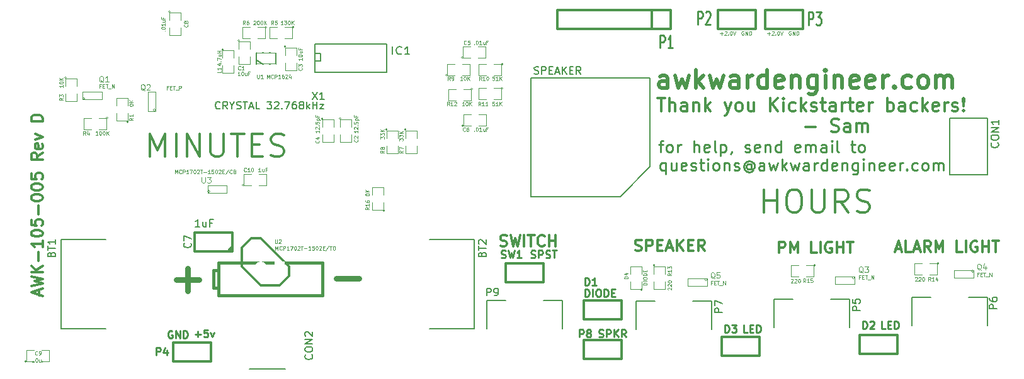
<source format=gto>
G04 (created by PCBNEW (2013-07-07 BZR 4022)-stable) date 11/11/2015 10:51:05 PM*
%MOIN*%
G04 Gerber Fmt 3.4, Leading zero omitted, Abs format*
%FSLAX34Y34*%
G01*
G70*
G90*
G04 APERTURE LIST*
%ADD10C,0.00590551*%
%ADD11C,0.011811*%
%ADD12C,0.01*%
%ADD13C,0.00984252*%
%ADD14C,0.015748*%
%ADD15C,0.00492126*%
%ADD16C,0.0295276*%
%ADD17C,0.02*%
%ADD18C,0.012*%
%ADD19C,0.0031*%
%ADD20C,0.005*%
%ADD21C,0.0039*%
%ADD22C,0.008*%
%ADD23C,0.00787402*%
%ADD24C,0.0047*%
%ADD25C,0.003*%
%ADD26C,0.0043*%
%ADD27C,0.0107*%
%ADD28O,0.228346X0.110236*%
%ADD29O,0.216535X0.110236*%
%ADD30R,0.055X0.055*%
%ADD31C,0.055*%
%ADD32C,0.25*%
%ADD33R,0.0295276X0.0551181*%
%ADD34C,0.0787402*%
%ADD35O,0.11811X0.15748*%
%ADD36R,0.0394X0.0315*%
%ADD37R,0.0276X0.0394*%
%ADD38R,0.035X0.055*%
%ADD39R,0.055X0.035*%
%ADD40R,0.02X0.045*%
%ADD41R,0.0315X0.0394*%
%ADD42R,0.015748X0.0787402*%
%ADD43R,0.0629921X0.0551181*%
%ADD44R,0.0748031X0.0748031*%
%ADD45O,0.0354331X0.0629921*%
%ADD46R,0.15748X0.11811*%
%ADD47R,0.06X0.06*%
%ADD48C,0.06*%
%ADD49C,0.062*%
%ADD50O,0.062X0.062*%
%ADD51C,0.032*%
%ADD52R,0.0944882X0.129921*%
%ADD53R,0.0354331X0.129921*%
%ADD54C,0.0314961*%
G04 APERTURE END LIST*
G54D10*
G54D11*
X48223Y-42260D02*
X48307Y-42289D01*
X48448Y-42289D01*
X48504Y-42260D01*
X48532Y-42232D01*
X48561Y-42176D01*
X48561Y-42120D01*
X48532Y-42064D01*
X48504Y-42035D01*
X48448Y-42007D01*
X48336Y-41979D01*
X48279Y-41951D01*
X48251Y-41923D01*
X48223Y-41867D01*
X48223Y-41810D01*
X48251Y-41754D01*
X48279Y-41726D01*
X48336Y-41698D01*
X48476Y-41698D01*
X48561Y-41726D01*
X48757Y-41698D02*
X48898Y-42289D01*
X49011Y-41867D01*
X49123Y-42289D01*
X49264Y-41698D01*
X49489Y-42289D02*
X49489Y-41698D01*
X49685Y-41698D02*
X50023Y-41698D01*
X49854Y-42289D02*
X49854Y-41698D01*
X50557Y-42232D02*
X50529Y-42260D01*
X50445Y-42289D01*
X50388Y-42289D01*
X50304Y-42260D01*
X50248Y-42204D01*
X50220Y-42148D01*
X50192Y-42035D01*
X50192Y-41951D01*
X50220Y-41839D01*
X50248Y-41782D01*
X50304Y-41726D01*
X50388Y-41698D01*
X50445Y-41698D01*
X50529Y-41726D01*
X50557Y-41754D01*
X50810Y-42289D02*
X50810Y-41698D01*
X50810Y-41979D02*
X51148Y-41979D01*
X51148Y-42289D02*
X51148Y-41698D01*
X55358Y-42510D02*
X55442Y-42539D01*
X55583Y-42539D01*
X55639Y-42510D01*
X55667Y-42482D01*
X55695Y-42426D01*
X55695Y-42370D01*
X55667Y-42314D01*
X55639Y-42285D01*
X55583Y-42257D01*
X55470Y-42229D01*
X55414Y-42201D01*
X55386Y-42173D01*
X55358Y-42117D01*
X55358Y-42060D01*
X55386Y-42004D01*
X55414Y-41976D01*
X55470Y-41948D01*
X55611Y-41948D01*
X55695Y-41976D01*
X55948Y-42539D02*
X55948Y-41948D01*
X56173Y-41948D01*
X56229Y-41976D01*
X56257Y-42004D01*
X56286Y-42060D01*
X56286Y-42145D01*
X56257Y-42201D01*
X56229Y-42229D01*
X56173Y-42257D01*
X55948Y-42257D01*
X56539Y-42229D02*
X56735Y-42229D01*
X56820Y-42539D02*
X56539Y-42539D01*
X56539Y-41948D01*
X56820Y-41948D01*
X57045Y-42370D02*
X57326Y-42370D01*
X56989Y-42539D02*
X57185Y-41948D01*
X57382Y-42539D01*
X57579Y-42539D02*
X57579Y-41948D01*
X57917Y-42539D02*
X57664Y-42201D01*
X57917Y-41948D02*
X57579Y-42285D01*
X58170Y-42229D02*
X58367Y-42229D01*
X58451Y-42539D02*
X58170Y-42539D01*
X58170Y-41948D01*
X58451Y-41948D01*
X59041Y-42539D02*
X58845Y-42257D01*
X58704Y-42539D02*
X58704Y-41948D01*
X58929Y-41948D01*
X58985Y-41976D01*
X59013Y-42004D01*
X59041Y-42060D01*
X59041Y-42145D01*
X59013Y-42201D01*
X58985Y-42229D01*
X58929Y-42257D01*
X58704Y-42257D01*
G54D12*
X56609Y-36887D02*
X56845Y-36887D01*
X56697Y-37300D02*
X56697Y-36769D01*
X56727Y-36710D01*
X56786Y-36680D01*
X56845Y-36680D01*
X57140Y-37300D02*
X57081Y-37271D01*
X57051Y-37241D01*
X57022Y-37182D01*
X57022Y-37005D01*
X57051Y-36946D01*
X57081Y-36917D01*
X57140Y-36887D01*
X57229Y-36887D01*
X57288Y-36917D01*
X57317Y-36946D01*
X57347Y-37005D01*
X57347Y-37182D01*
X57317Y-37241D01*
X57288Y-37271D01*
X57229Y-37300D01*
X57140Y-37300D01*
X57612Y-37300D02*
X57612Y-36887D01*
X57612Y-37005D02*
X57642Y-36946D01*
X57671Y-36917D01*
X57730Y-36887D01*
X57790Y-36887D01*
X58469Y-37300D02*
X58469Y-36680D01*
X58734Y-37300D02*
X58734Y-36976D01*
X58705Y-36917D01*
X58646Y-36887D01*
X58557Y-36887D01*
X58498Y-36917D01*
X58469Y-36946D01*
X59266Y-37271D02*
X59207Y-37300D01*
X59089Y-37300D01*
X59030Y-37271D01*
X59000Y-37212D01*
X59000Y-36976D01*
X59030Y-36917D01*
X59089Y-36887D01*
X59207Y-36887D01*
X59266Y-36917D01*
X59295Y-36976D01*
X59295Y-37035D01*
X59000Y-37094D01*
X59650Y-37300D02*
X59590Y-37271D01*
X59561Y-37212D01*
X59561Y-36680D01*
X59886Y-36887D02*
X59886Y-37507D01*
X59886Y-36917D02*
X59945Y-36887D01*
X60063Y-36887D01*
X60122Y-36917D01*
X60151Y-36946D01*
X60181Y-37005D01*
X60181Y-37182D01*
X60151Y-37241D01*
X60122Y-37271D01*
X60063Y-37300D01*
X59945Y-37300D01*
X59886Y-37271D01*
X60476Y-37271D02*
X60476Y-37300D01*
X60447Y-37360D01*
X60417Y-37389D01*
X61185Y-37271D02*
X61244Y-37300D01*
X61362Y-37300D01*
X61421Y-37271D01*
X61450Y-37212D01*
X61450Y-37182D01*
X61421Y-37123D01*
X61362Y-37094D01*
X61273Y-37094D01*
X61214Y-37064D01*
X61185Y-37005D01*
X61185Y-36976D01*
X61214Y-36917D01*
X61273Y-36887D01*
X61362Y-36887D01*
X61421Y-36917D01*
X61952Y-37271D02*
X61893Y-37300D01*
X61775Y-37300D01*
X61716Y-37271D01*
X61687Y-37212D01*
X61687Y-36976D01*
X61716Y-36917D01*
X61775Y-36887D01*
X61893Y-36887D01*
X61952Y-36917D01*
X61982Y-36976D01*
X61982Y-37035D01*
X61687Y-37094D01*
X62248Y-36887D02*
X62248Y-37300D01*
X62248Y-36946D02*
X62277Y-36917D01*
X62336Y-36887D01*
X62425Y-36887D01*
X62484Y-36917D01*
X62513Y-36976D01*
X62513Y-37300D01*
X63074Y-37300D02*
X63074Y-36680D01*
X63074Y-37271D02*
X63015Y-37300D01*
X62897Y-37300D01*
X62838Y-37271D01*
X62809Y-37241D01*
X62779Y-37182D01*
X62779Y-37005D01*
X62809Y-36946D01*
X62838Y-36917D01*
X62897Y-36887D01*
X63015Y-36887D01*
X63074Y-36917D01*
X64078Y-37271D02*
X64019Y-37300D01*
X63901Y-37300D01*
X63842Y-37271D01*
X63812Y-37212D01*
X63812Y-36976D01*
X63842Y-36917D01*
X63901Y-36887D01*
X64019Y-36887D01*
X64078Y-36917D01*
X64108Y-36976D01*
X64108Y-37035D01*
X63812Y-37094D01*
X64373Y-37300D02*
X64373Y-36887D01*
X64373Y-36946D02*
X64403Y-36917D01*
X64462Y-36887D01*
X64550Y-36887D01*
X64610Y-36917D01*
X64639Y-36976D01*
X64639Y-37300D01*
X64639Y-36976D02*
X64669Y-36917D01*
X64728Y-36887D01*
X64816Y-36887D01*
X64875Y-36917D01*
X64905Y-36976D01*
X64905Y-37300D01*
X65466Y-37300D02*
X65466Y-36976D01*
X65436Y-36917D01*
X65377Y-36887D01*
X65259Y-36887D01*
X65200Y-36917D01*
X65466Y-37271D02*
X65407Y-37300D01*
X65259Y-37300D01*
X65200Y-37271D01*
X65170Y-37212D01*
X65170Y-37153D01*
X65200Y-37094D01*
X65259Y-37064D01*
X65407Y-37064D01*
X65466Y-37035D01*
X65761Y-37300D02*
X65761Y-36887D01*
X65761Y-36680D02*
X65731Y-36710D01*
X65761Y-36740D01*
X65790Y-36710D01*
X65761Y-36680D01*
X65761Y-36740D01*
X66145Y-37300D02*
X66086Y-37271D01*
X66056Y-37212D01*
X66056Y-36680D01*
X66765Y-36887D02*
X67001Y-36887D01*
X66853Y-36680D02*
X66853Y-37212D01*
X66883Y-37271D01*
X66942Y-37300D01*
X67001Y-37300D01*
X67296Y-37300D02*
X67237Y-37271D01*
X67208Y-37241D01*
X67178Y-37182D01*
X67178Y-37005D01*
X67208Y-36946D01*
X67237Y-36917D01*
X67296Y-36887D01*
X67385Y-36887D01*
X67444Y-36917D01*
X67473Y-36946D01*
X67503Y-37005D01*
X67503Y-37182D01*
X67473Y-37241D01*
X67444Y-37271D01*
X67385Y-37300D01*
X67296Y-37300D01*
X56963Y-37855D02*
X56963Y-38475D01*
X56963Y-38239D02*
X56904Y-38268D01*
X56786Y-38268D01*
X56727Y-38239D01*
X56697Y-38209D01*
X56668Y-38150D01*
X56668Y-37973D01*
X56697Y-37914D01*
X56727Y-37885D01*
X56786Y-37855D01*
X56904Y-37855D01*
X56963Y-37885D01*
X57524Y-37855D02*
X57524Y-38268D01*
X57258Y-37855D02*
X57258Y-38180D01*
X57288Y-38239D01*
X57347Y-38268D01*
X57435Y-38268D01*
X57494Y-38239D01*
X57524Y-38209D01*
X58055Y-38239D02*
X57996Y-38268D01*
X57878Y-38268D01*
X57819Y-38239D01*
X57790Y-38180D01*
X57790Y-37944D01*
X57819Y-37885D01*
X57878Y-37855D01*
X57996Y-37855D01*
X58055Y-37885D01*
X58085Y-37944D01*
X58085Y-38003D01*
X57790Y-38062D01*
X58321Y-38239D02*
X58380Y-38268D01*
X58498Y-38268D01*
X58557Y-38239D01*
X58587Y-38180D01*
X58587Y-38150D01*
X58557Y-38091D01*
X58498Y-38062D01*
X58410Y-38062D01*
X58350Y-38032D01*
X58321Y-37973D01*
X58321Y-37944D01*
X58350Y-37885D01*
X58410Y-37855D01*
X58498Y-37855D01*
X58557Y-37885D01*
X58764Y-37855D02*
X59000Y-37855D01*
X58852Y-37648D02*
X58852Y-38180D01*
X58882Y-38239D01*
X58941Y-38268D01*
X59000Y-38268D01*
X59207Y-38268D02*
X59207Y-37855D01*
X59207Y-37648D02*
X59177Y-37678D01*
X59207Y-37708D01*
X59236Y-37678D01*
X59207Y-37648D01*
X59207Y-37708D01*
X59590Y-38268D02*
X59531Y-38239D01*
X59502Y-38209D01*
X59472Y-38150D01*
X59472Y-37973D01*
X59502Y-37914D01*
X59531Y-37885D01*
X59590Y-37855D01*
X59679Y-37855D01*
X59738Y-37885D01*
X59768Y-37914D01*
X59797Y-37973D01*
X59797Y-38150D01*
X59768Y-38209D01*
X59738Y-38239D01*
X59679Y-38268D01*
X59590Y-38268D01*
X60063Y-37855D02*
X60063Y-38268D01*
X60063Y-37914D02*
X60092Y-37885D01*
X60151Y-37855D01*
X60240Y-37855D01*
X60299Y-37885D01*
X60329Y-37944D01*
X60329Y-38268D01*
X60594Y-38239D02*
X60653Y-38268D01*
X60771Y-38268D01*
X60830Y-38239D01*
X60860Y-38180D01*
X60860Y-38150D01*
X60830Y-38091D01*
X60771Y-38062D01*
X60683Y-38062D01*
X60624Y-38032D01*
X60594Y-37973D01*
X60594Y-37944D01*
X60624Y-37885D01*
X60683Y-37855D01*
X60771Y-37855D01*
X60830Y-37885D01*
X61510Y-37973D02*
X61480Y-37944D01*
X61421Y-37914D01*
X61362Y-37914D01*
X61303Y-37944D01*
X61273Y-37973D01*
X61244Y-38032D01*
X61244Y-38091D01*
X61273Y-38150D01*
X61303Y-38180D01*
X61362Y-38209D01*
X61421Y-38209D01*
X61480Y-38180D01*
X61510Y-38150D01*
X61510Y-37914D02*
X61510Y-38150D01*
X61539Y-38180D01*
X61569Y-38180D01*
X61628Y-38150D01*
X61657Y-38091D01*
X61657Y-37944D01*
X61598Y-37855D01*
X61510Y-37796D01*
X61391Y-37767D01*
X61273Y-37796D01*
X61185Y-37855D01*
X61126Y-37944D01*
X61096Y-38062D01*
X61126Y-38180D01*
X61185Y-38268D01*
X61273Y-38328D01*
X61391Y-38357D01*
X61510Y-38328D01*
X61598Y-38268D01*
X62189Y-38268D02*
X62189Y-37944D01*
X62159Y-37885D01*
X62100Y-37855D01*
X61982Y-37855D01*
X61923Y-37885D01*
X62189Y-38239D02*
X62130Y-38268D01*
X61982Y-38268D01*
X61923Y-38239D01*
X61893Y-38180D01*
X61893Y-38121D01*
X61923Y-38062D01*
X61982Y-38032D01*
X62130Y-38032D01*
X62189Y-38003D01*
X62425Y-37855D02*
X62543Y-38268D01*
X62661Y-37973D01*
X62779Y-38268D01*
X62897Y-37855D01*
X63133Y-38268D02*
X63133Y-37648D01*
X63192Y-38032D02*
X63370Y-38268D01*
X63370Y-37855D02*
X63133Y-38091D01*
X63576Y-37855D02*
X63694Y-38268D01*
X63812Y-37973D01*
X63930Y-38268D01*
X64049Y-37855D01*
X64550Y-38268D02*
X64550Y-37944D01*
X64521Y-37885D01*
X64462Y-37855D01*
X64344Y-37855D01*
X64285Y-37885D01*
X64550Y-38239D02*
X64491Y-38268D01*
X64344Y-38268D01*
X64285Y-38239D01*
X64255Y-38180D01*
X64255Y-38121D01*
X64285Y-38062D01*
X64344Y-38032D01*
X64491Y-38032D01*
X64550Y-38003D01*
X64846Y-38268D02*
X64846Y-37855D01*
X64846Y-37973D02*
X64875Y-37914D01*
X64905Y-37885D01*
X64964Y-37855D01*
X65023Y-37855D01*
X65495Y-38268D02*
X65495Y-37648D01*
X65495Y-38239D02*
X65436Y-38268D01*
X65318Y-38268D01*
X65259Y-38239D01*
X65229Y-38209D01*
X65200Y-38150D01*
X65200Y-37973D01*
X65229Y-37914D01*
X65259Y-37885D01*
X65318Y-37855D01*
X65436Y-37855D01*
X65495Y-37885D01*
X66027Y-38239D02*
X65968Y-38268D01*
X65849Y-38268D01*
X65790Y-38239D01*
X65761Y-38180D01*
X65761Y-37944D01*
X65790Y-37885D01*
X65849Y-37855D01*
X65968Y-37855D01*
X66027Y-37885D01*
X66056Y-37944D01*
X66056Y-38003D01*
X65761Y-38062D01*
X66322Y-37855D02*
X66322Y-38268D01*
X66322Y-37914D02*
X66351Y-37885D01*
X66410Y-37855D01*
X66499Y-37855D01*
X66558Y-37885D01*
X66588Y-37944D01*
X66588Y-38268D01*
X67149Y-37855D02*
X67149Y-38357D01*
X67119Y-38416D01*
X67090Y-38446D01*
X67030Y-38475D01*
X66942Y-38475D01*
X66883Y-38446D01*
X67149Y-38239D02*
X67090Y-38268D01*
X66971Y-38268D01*
X66912Y-38239D01*
X66883Y-38209D01*
X66853Y-38150D01*
X66853Y-37973D01*
X66883Y-37914D01*
X66912Y-37885D01*
X66971Y-37855D01*
X67090Y-37855D01*
X67149Y-37885D01*
X67444Y-38268D02*
X67444Y-37855D01*
X67444Y-37648D02*
X67414Y-37678D01*
X67444Y-37708D01*
X67473Y-37678D01*
X67444Y-37648D01*
X67444Y-37708D01*
X67739Y-37855D02*
X67739Y-38268D01*
X67739Y-37914D02*
X67769Y-37885D01*
X67828Y-37855D01*
X67916Y-37855D01*
X67975Y-37885D01*
X68005Y-37944D01*
X68005Y-38268D01*
X68536Y-38239D02*
X68477Y-38268D01*
X68359Y-38268D01*
X68300Y-38239D01*
X68270Y-38180D01*
X68270Y-37944D01*
X68300Y-37885D01*
X68359Y-37855D01*
X68477Y-37855D01*
X68536Y-37885D01*
X68566Y-37944D01*
X68566Y-38003D01*
X68270Y-38062D01*
X69068Y-38239D02*
X69009Y-38268D01*
X68890Y-38268D01*
X68831Y-38239D01*
X68802Y-38180D01*
X68802Y-37944D01*
X68831Y-37885D01*
X68890Y-37855D01*
X69009Y-37855D01*
X69068Y-37885D01*
X69097Y-37944D01*
X69097Y-38003D01*
X68802Y-38062D01*
X69363Y-38268D02*
X69363Y-37855D01*
X69363Y-37973D02*
X69392Y-37914D01*
X69422Y-37885D01*
X69481Y-37855D01*
X69540Y-37855D01*
X69747Y-38209D02*
X69776Y-38239D01*
X69747Y-38268D01*
X69717Y-38239D01*
X69747Y-38209D01*
X69747Y-38268D01*
X70308Y-38239D02*
X70249Y-38268D01*
X70130Y-38268D01*
X70071Y-38239D01*
X70042Y-38209D01*
X70012Y-38150D01*
X70012Y-37973D01*
X70042Y-37914D01*
X70071Y-37885D01*
X70130Y-37855D01*
X70249Y-37855D01*
X70308Y-37885D01*
X70662Y-38268D02*
X70603Y-38239D01*
X70573Y-38209D01*
X70544Y-38150D01*
X70544Y-37973D01*
X70573Y-37914D01*
X70603Y-37885D01*
X70662Y-37855D01*
X70750Y-37855D01*
X70810Y-37885D01*
X70839Y-37914D01*
X70869Y-37973D01*
X70869Y-38150D01*
X70839Y-38209D01*
X70810Y-38239D01*
X70750Y-38268D01*
X70662Y-38268D01*
X71134Y-38268D02*
X71134Y-37855D01*
X71134Y-37914D02*
X71164Y-37885D01*
X71223Y-37855D01*
X71311Y-37855D01*
X71370Y-37885D01*
X71400Y-37944D01*
X71400Y-38268D01*
X71400Y-37944D02*
X71430Y-37885D01*
X71489Y-37855D01*
X71577Y-37855D01*
X71636Y-37885D01*
X71666Y-37944D01*
X71666Y-38268D01*
G54D11*
X69150Y-42420D02*
X69431Y-42420D01*
X69094Y-42589D02*
X69290Y-41998D01*
X69487Y-42589D01*
X69965Y-42589D02*
X69684Y-42589D01*
X69684Y-41998D01*
X70134Y-42420D02*
X70415Y-42420D01*
X70078Y-42589D02*
X70275Y-41998D01*
X70472Y-42589D01*
X71006Y-42589D02*
X70809Y-42307D01*
X70668Y-42589D02*
X70668Y-41998D01*
X70893Y-41998D01*
X70950Y-42026D01*
X70978Y-42054D01*
X71006Y-42110D01*
X71006Y-42195D01*
X70978Y-42251D01*
X70950Y-42279D01*
X70893Y-42307D01*
X70668Y-42307D01*
X71259Y-42589D02*
X71259Y-41998D01*
X71456Y-42420D01*
X71653Y-41998D01*
X71653Y-42589D01*
X72665Y-42589D02*
X72384Y-42589D01*
X72384Y-41998D01*
X72862Y-42589D02*
X72862Y-41998D01*
X73452Y-42026D02*
X73396Y-41998D01*
X73312Y-41998D01*
X73227Y-42026D01*
X73171Y-42082D01*
X73143Y-42139D01*
X73115Y-42251D01*
X73115Y-42335D01*
X73143Y-42448D01*
X73171Y-42504D01*
X73227Y-42560D01*
X73312Y-42589D01*
X73368Y-42589D01*
X73452Y-42560D01*
X73481Y-42532D01*
X73481Y-42335D01*
X73368Y-42335D01*
X73734Y-42589D02*
X73734Y-41998D01*
X73734Y-42279D02*
X74071Y-42279D01*
X74071Y-42589D02*
X74071Y-41998D01*
X74268Y-41998D02*
X74605Y-41998D01*
X74437Y-42589D02*
X74437Y-41998D01*
X62973Y-42639D02*
X62973Y-42048D01*
X63198Y-42048D01*
X63254Y-42076D01*
X63283Y-42104D01*
X63311Y-42160D01*
X63311Y-42245D01*
X63283Y-42301D01*
X63254Y-42329D01*
X63198Y-42357D01*
X62973Y-42357D01*
X63564Y-42639D02*
X63564Y-42048D01*
X63761Y-42470D01*
X63957Y-42048D01*
X63957Y-42639D01*
X64970Y-42639D02*
X64689Y-42639D01*
X64689Y-42048D01*
X65167Y-42639D02*
X65167Y-42048D01*
X65757Y-42076D02*
X65701Y-42048D01*
X65617Y-42048D01*
X65532Y-42076D01*
X65476Y-42132D01*
X65448Y-42189D01*
X65420Y-42301D01*
X65420Y-42385D01*
X65448Y-42498D01*
X65476Y-42554D01*
X65532Y-42610D01*
X65617Y-42639D01*
X65673Y-42639D01*
X65757Y-42610D01*
X65785Y-42582D01*
X65785Y-42385D01*
X65673Y-42385D01*
X66038Y-42639D02*
X66038Y-42048D01*
X66038Y-42329D02*
X66376Y-42329D01*
X66376Y-42639D02*
X66376Y-42048D01*
X66573Y-42048D02*
X66910Y-42048D01*
X66741Y-42639D02*
X66741Y-42048D01*
G54D13*
X30850Y-46784D02*
X30812Y-46765D01*
X30756Y-46765D01*
X30700Y-46784D01*
X30662Y-46821D01*
X30643Y-46859D01*
X30625Y-46934D01*
X30625Y-46990D01*
X30643Y-47065D01*
X30662Y-47103D01*
X30700Y-47140D01*
X30756Y-47159D01*
X30793Y-47159D01*
X30850Y-47140D01*
X30868Y-47121D01*
X30868Y-46990D01*
X30793Y-46990D01*
X31037Y-47159D02*
X31037Y-46765D01*
X31262Y-47159D01*
X31262Y-46765D01*
X31449Y-47159D02*
X31449Y-46765D01*
X31543Y-46765D01*
X31599Y-46784D01*
X31637Y-46821D01*
X31656Y-46859D01*
X31674Y-46934D01*
X31674Y-46990D01*
X31656Y-47065D01*
X31637Y-47103D01*
X31599Y-47140D01*
X31543Y-47159D01*
X31449Y-47159D01*
X32062Y-46959D02*
X32362Y-46959D01*
X32212Y-47109D02*
X32212Y-46809D01*
X32737Y-46715D02*
X32550Y-46715D01*
X32531Y-46903D01*
X32550Y-46884D01*
X32587Y-46865D01*
X32681Y-46865D01*
X32718Y-46884D01*
X32737Y-46903D01*
X32756Y-46940D01*
X32756Y-47034D01*
X32737Y-47071D01*
X32718Y-47090D01*
X32681Y-47109D01*
X32587Y-47109D01*
X32550Y-47090D01*
X32531Y-47071D01*
X32887Y-46846D02*
X32981Y-47109D01*
X33074Y-46846D01*
G54D14*
X33290Y-43150D02*
X33290Y-44900D01*
X33290Y-44900D02*
X38790Y-44900D01*
X33290Y-43150D02*
X38790Y-43150D01*
X38790Y-43150D02*
X38790Y-44900D01*
X33290Y-43550D02*
X33040Y-43550D01*
X33040Y-43550D02*
X33040Y-44500D01*
X33040Y-44500D02*
X33290Y-44500D01*
G54D15*
X61100Y-30892D02*
X61081Y-30882D01*
X61053Y-30882D01*
X61025Y-30892D01*
X61006Y-30910D01*
X60996Y-30929D01*
X60987Y-30967D01*
X60987Y-30995D01*
X60996Y-31032D01*
X61006Y-31051D01*
X61025Y-31070D01*
X61053Y-31079D01*
X61071Y-31079D01*
X61100Y-31070D01*
X61109Y-31060D01*
X61109Y-30995D01*
X61071Y-30995D01*
X61193Y-31079D02*
X61193Y-30882D01*
X61306Y-31079D01*
X61306Y-30882D01*
X61399Y-31079D02*
X61399Y-30882D01*
X61446Y-30882D01*
X61474Y-30892D01*
X61493Y-30910D01*
X61503Y-30929D01*
X61512Y-30967D01*
X61512Y-30995D01*
X61503Y-31032D01*
X61493Y-31051D01*
X61474Y-31070D01*
X61446Y-31079D01*
X61399Y-31079D01*
X63600Y-30892D02*
X63581Y-30882D01*
X63553Y-30882D01*
X63525Y-30892D01*
X63506Y-30910D01*
X63496Y-30929D01*
X63487Y-30967D01*
X63487Y-30995D01*
X63496Y-31032D01*
X63506Y-31051D01*
X63525Y-31070D01*
X63553Y-31079D01*
X63571Y-31079D01*
X63600Y-31070D01*
X63609Y-31060D01*
X63609Y-30995D01*
X63571Y-30995D01*
X63693Y-31079D02*
X63693Y-30882D01*
X63806Y-31079D01*
X63806Y-30882D01*
X63899Y-31079D02*
X63899Y-30882D01*
X63946Y-30882D01*
X63974Y-30892D01*
X63993Y-30910D01*
X64003Y-30929D01*
X64012Y-30967D01*
X64012Y-30995D01*
X64003Y-31032D01*
X63993Y-31051D01*
X63974Y-31070D01*
X63946Y-31079D01*
X63899Y-31079D01*
X62356Y-31004D02*
X62506Y-31004D01*
X62431Y-31079D02*
X62431Y-30929D01*
X62590Y-30901D02*
X62600Y-30892D01*
X62618Y-30882D01*
X62665Y-30882D01*
X62684Y-30892D01*
X62693Y-30901D01*
X62703Y-30920D01*
X62703Y-30939D01*
X62693Y-30967D01*
X62581Y-31079D01*
X62703Y-31079D01*
X62787Y-31060D02*
X62796Y-31070D01*
X62787Y-31079D01*
X62778Y-31070D01*
X62787Y-31060D01*
X62787Y-31079D01*
X62918Y-30882D02*
X62937Y-30882D01*
X62956Y-30892D01*
X62965Y-30901D01*
X62974Y-30920D01*
X62984Y-30957D01*
X62984Y-31004D01*
X62974Y-31042D01*
X62965Y-31060D01*
X62956Y-31070D01*
X62937Y-31079D01*
X62918Y-31079D01*
X62899Y-31070D01*
X62890Y-31060D01*
X62881Y-31042D01*
X62871Y-31004D01*
X62871Y-30957D01*
X62881Y-30920D01*
X62890Y-30901D01*
X62899Y-30892D01*
X62918Y-30882D01*
X63040Y-30882D02*
X63106Y-31079D01*
X63171Y-30882D01*
X59856Y-31004D02*
X60006Y-31004D01*
X59931Y-31079D02*
X59931Y-30929D01*
X60090Y-30901D02*
X60100Y-30892D01*
X60118Y-30882D01*
X60165Y-30882D01*
X60184Y-30892D01*
X60193Y-30901D01*
X60203Y-30920D01*
X60203Y-30939D01*
X60193Y-30967D01*
X60081Y-31079D01*
X60203Y-31079D01*
X60287Y-31060D02*
X60296Y-31070D01*
X60287Y-31079D01*
X60278Y-31070D01*
X60287Y-31060D01*
X60287Y-31079D01*
X60418Y-30882D02*
X60437Y-30882D01*
X60456Y-30892D01*
X60465Y-30901D01*
X60474Y-30920D01*
X60484Y-30957D01*
X60484Y-31004D01*
X60474Y-31042D01*
X60465Y-31060D01*
X60456Y-31070D01*
X60437Y-31079D01*
X60418Y-31079D01*
X60399Y-31070D01*
X60390Y-31060D01*
X60381Y-31042D01*
X60371Y-31004D01*
X60371Y-30957D01*
X60381Y-30920D01*
X60390Y-30901D01*
X60399Y-30892D01*
X60418Y-30882D01*
X60540Y-30882D02*
X60606Y-31079D01*
X60671Y-30882D01*
G54D16*
X39540Y-43997D02*
X40739Y-43997D01*
X31080Y-44057D02*
X32279Y-44057D01*
X31680Y-44657D02*
X31680Y-43457D01*
G54D11*
X56549Y-34433D02*
X56949Y-34433D01*
X56749Y-35133D02*
X56749Y-34433D01*
X57183Y-35133D02*
X57183Y-34433D01*
X57483Y-35133D02*
X57483Y-34766D01*
X57449Y-34700D01*
X57383Y-34666D01*
X57283Y-34666D01*
X57216Y-34700D01*
X57183Y-34733D01*
X58116Y-35133D02*
X58116Y-34766D01*
X58083Y-34700D01*
X58016Y-34666D01*
X57883Y-34666D01*
X57816Y-34700D01*
X58116Y-35100D02*
X58049Y-35133D01*
X57883Y-35133D01*
X57816Y-35100D01*
X57783Y-35033D01*
X57783Y-34966D01*
X57816Y-34900D01*
X57883Y-34866D01*
X58049Y-34866D01*
X58116Y-34833D01*
X58449Y-34666D02*
X58449Y-35133D01*
X58449Y-34733D02*
X58483Y-34700D01*
X58549Y-34666D01*
X58649Y-34666D01*
X58716Y-34700D01*
X58749Y-34766D01*
X58749Y-35133D01*
X59083Y-35133D02*
X59083Y-34433D01*
X59150Y-34866D02*
X59350Y-35133D01*
X59350Y-34666D02*
X59083Y-34933D01*
X60116Y-34666D02*
X60283Y-35133D01*
X60450Y-34666D02*
X60283Y-35133D01*
X60216Y-35300D01*
X60183Y-35333D01*
X60116Y-35366D01*
X60816Y-35133D02*
X60750Y-35100D01*
X60716Y-35066D01*
X60683Y-35000D01*
X60683Y-34800D01*
X60716Y-34733D01*
X60750Y-34700D01*
X60816Y-34666D01*
X60916Y-34666D01*
X60983Y-34700D01*
X61016Y-34733D01*
X61050Y-34800D01*
X61050Y-35000D01*
X61016Y-35066D01*
X60983Y-35100D01*
X60916Y-35133D01*
X60816Y-35133D01*
X61650Y-34666D02*
X61650Y-35133D01*
X61350Y-34666D02*
X61350Y-35033D01*
X61383Y-35100D01*
X61450Y-35133D01*
X61550Y-35133D01*
X61616Y-35100D01*
X61650Y-35066D01*
X62516Y-35133D02*
X62516Y-34433D01*
X62916Y-35133D02*
X62616Y-34733D01*
X62916Y-34433D02*
X62516Y-34833D01*
X63216Y-35133D02*
X63216Y-34666D01*
X63216Y-34433D02*
X63183Y-34466D01*
X63216Y-34500D01*
X63250Y-34466D01*
X63216Y-34433D01*
X63216Y-34500D01*
X63850Y-35100D02*
X63783Y-35133D01*
X63650Y-35133D01*
X63583Y-35100D01*
X63550Y-35066D01*
X63516Y-35000D01*
X63516Y-34800D01*
X63550Y-34733D01*
X63583Y-34700D01*
X63650Y-34666D01*
X63783Y-34666D01*
X63850Y-34700D01*
X64150Y-35133D02*
X64150Y-34433D01*
X64216Y-34866D02*
X64416Y-35133D01*
X64416Y-34666D02*
X64150Y-34933D01*
X64683Y-35100D02*
X64750Y-35133D01*
X64883Y-35133D01*
X64950Y-35100D01*
X64983Y-35033D01*
X64983Y-35000D01*
X64950Y-34933D01*
X64883Y-34900D01*
X64783Y-34900D01*
X64716Y-34866D01*
X64683Y-34800D01*
X64683Y-34766D01*
X64716Y-34700D01*
X64783Y-34666D01*
X64883Y-34666D01*
X64950Y-34700D01*
X65183Y-34666D02*
X65450Y-34666D01*
X65283Y-34433D02*
X65283Y-35033D01*
X65316Y-35100D01*
X65383Y-35133D01*
X65450Y-35133D01*
X65983Y-35133D02*
X65983Y-34766D01*
X65950Y-34700D01*
X65883Y-34666D01*
X65750Y-34666D01*
X65683Y-34700D01*
X65983Y-35100D02*
X65916Y-35133D01*
X65750Y-35133D01*
X65683Y-35100D01*
X65650Y-35033D01*
X65650Y-34966D01*
X65683Y-34900D01*
X65750Y-34866D01*
X65916Y-34866D01*
X65983Y-34833D01*
X66316Y-35133D02*
X66316Y-34666D01*
X66316Y-34800D02*
X66350Y-34733D01*
X66383Y-34700D01*
X66450Y-34666D01*
X66516Y-34666D01*
X66650Y-34666D02*
X66916Y-34666D01*
X66750Y-34433D02*
X66750Y-35033D01*
X66783Y-35100D01*
X66850Y-35133D01*
X66916Y-35133D01*
X67416Y-35100D02*
X67350Y-35133D01*
X67216Y-35133D01*
X67150Y-35100D01*
X67116Y-35033D01*
X67116Y-34766D01*
X67150Y-34700D01*
X67216Y-34666D01*
X67350Y-34666D01*
X67416Y-34700D01*
X67450Y-34766D01*
X67450Y-34833D01*
X67116Y-34900D01*
X67750Y-35133D02*
X67750Y-34666D01*
X67750Y-34800D02*
X67783Y-34733D01*
X67816Y-34700D01*
X67883Y-34666D01*
X67950Y-34666D01*
X68716Y-35133D02*
X68716Y-34433D01*
X68716Y-34700D02*
X68783Y-34666D01*
X68916Y-34666D01*
X68983Y-34700D01*
X69016Y-34733D01*
X69050Y-34800D01*
X69050Y-35000D01*
X69016Y-35066D01*
X68983Y-35100D01*
X68916Y-35133D01*
X68783Y-35133D01*
X68716Y-35100D01*
X69650Y-35133D02*
X69650Y-34766D01*
X69616Y-34700D01*
X69550Y-34666D01*
X69416Y-34666D01*
X69350Y-34700D01*
X69650Y-35100D02*
X69583Y-35133D01*
X69416Y-35133D01*
X69350Y-35100D01*
X69316Y-35033D01*
X69316Y-34966D01*
X69350Y-34900D01*
X69416Y-34866D01*
X69583Y-34866D01*
X69650Y-34833D01*
X70283Y-35100D02*
X70216Y-35133D01*
X70083Y-35133D01*
X70016Y-35100D01*
X69983Y-35066D01*
X69950Y-35000D01*
X69950Y-34800D01*
X69983Y-34733D01*
X70016Y-34700D01*
X70083Y-34666D01*
X70216Y-34666D01*
X70283Y-34700D01*
X70583Y-35133D02*
X70583Y-34433D01*
X70650Y-34866D02*
X70850Y-35133D01*
X70850Y-34666D02*
X70583Y-34933D01*
X71416Y-35100D02*
X71350Y-35133D01*
X71216Y-35133D01*
X71150Y-35100D01*
X71116Y-35033D01*
X71116Y-34766D01*
X71150Y-34700D01*
X71216Y-34666D01*
X71350Y-34666D01*
X71416Y-34700D01*
X71450Y-34766D01*
X71450Y-34833D01*
X71116Y-34900D01*
X71750Y-35133D02*
X71750Y-34666D01*
X71750Y-34800D02*
X71783Y-34733D01*
X71816Y-34700D01*
X71883Y-34666D01*
X71950Y-34666D01*
X72150Y-35100D02*
X72216Y-35133D01*
X72350Y-35133D01*
X72416Y-35100D01*
X72450Y-35033D01*
X72450Y-35000D01*
X72416Y-34933D01*
X72350Y-34900D01*
X72250Y-34900D01*
X72183Y-34866D01*
X72150Y-34800D01*
X72150Y-34766D01*
X72183Y-34700D01*
X72250Y-34666D01*
X72350Y-34666D01*
X72416Y-34700D01*
X72750Y-35066D02*
X72783Y-35100D01*
X72750Y-35133D01*
X72716Y-35100D01*
X72750Y-35066D01*
X72750Y-35133D01*
X72750Y-34866D02*
X72716Y-34466D01*
X72750Y-34433D01*
X72783Y-34466D01*
X72750Y-34866D01*
X72750Y-34433D01*
X64383Y-35964D02*
X64916Y-35964D01*
X65750Y-36198D02*
X65850Y-36231D01*
X66016Y-36231D01*
X66083Y-36198D01*
X66116Y-36164D01*
X66150Y-36098D01*
X66150Y-36031D01*
X66116Y-35964D01*
X66083Y-35931D01*
X66016Y-35898D01*
X65883Y-35864D01*
X65816Y-35831D01*
X65783Y-35798D01*
X65750Y-35731D01*
X65750Y-35664D01*
X65783Y-35598D01*
X65816Y-35564D01*
X65883Y-35531D01*
X66050Y-35531D01*
X66150Y-35564D01*
X66750Y-36231D02*
X66750Y-35864D01*
X66716Y-35798D01*
X66650Y-35764D01*
X66516Y-35764D01*
X66450Y-35798D01*
X66750Y-36198D02*
X66683Y-36231D01*
X66516Y-36231D01*
X66450Y-36198D01*
X66416Y-36131D01*
X66416Y-36064D01*
X66450Y-35998D01*
X66516Y-35964D01*
X66683Y-35964D01*
X66750Y-35931D01*
X67083Y-36231D02*
X67083Y-35764D01*
X67083Y-35831D02*
X67116Y-35798D01*
X67183Y-35764D01*
X67283Y-35764D01*
X67350Y-35798D01*
X67383Y-35864D01*
X67383Y-36231D01*
X67383Y-35864D02*
X67416Y-35798D01*
X67483Y-35764D01*
X67583Y-35764D01*
X67650Y-35798D01*
X67683Y-35864D01*
X67683Y-36231D01*
X29685Y-37535D02*
X29685Y-36335D01*
X30085Y-37192D01*
X30485Y-36335D01*
X30485Y-37535D01*
X31057Y-37535D02*
X31057Y-36335D01*
X31628Y-37535D02*
X31628Y-36335D01*
X32314Y-37535D01*
X32314Y-36335D01*
X32885Y-36335D02*
X32885Y-37307D01*
X32942Y-37421D01*
X33000Y-37478D01*
X33114Y-37535D01*
X33342Y-37535D01*
X33457Y-37478D01*
X33514Y-37421D01*
X33571Y-37307D01*
X33571Y-36335D01*
X33971Y-36335D02*
X34657Y-36335D01*
X34314Y-37535D02*
X34314Y-36335D01*
X35057Y-36907D02*
X35457Y-36907D01*
X35628Y-37535D02*
X35057Y-37535D01*
X35057Y-36335D01*
X35628Y-36335D01*
X36085Y-37478D02*
X36257Y-37535D01*
X36542Y-37535D01*
X36657Y-37478D01*
X36714Y-37421D01*
X36771Y-37307D01*
X36771Y-37192D01*
X36714Y-37078D01*
X36657Y-37021D01*
X36542Y-36964D01*
X36314Y-36907D01*
X36200Y-36850D01*
X36142Y-36792D01*
X36085Y-36678D01*
X36085Y-36564D01*
X36142Y-36450D01*
X36200Y-36392D01*
X36314Y-36335D01*
X36600Y-36335D01*
X36771Y-36392D01*
X62178Y-40485D02*
X62178Y-39285D01*
X62178Y-39857D02*
X62864Y-39857D01*
X62864Y-40485D02*
X62864Y-39285D01*
X63664Y-39285D02*
X63892Y-39285D01*
X64007Y-39342D01*
X64121Y-39457D01*
X64178Y-39685D01*
X64178Y-40085D01*
X64121Y-40314D01*
X64007Y-40428D01*
X63892Y-40485D01*
X63664Y-40485D01*
X63550Y-40428D01*
X63435Y-40314D01*
X63378Y-40085D01*
X63378Y-39685D01*
X63435Y-39457D01*
X63550Y-39342D01*
X63664Y-39285D01*
X64692Y-39285D02*
X64692Y-40257D01*
X64750Y-40371D01*
X64807Y-40428D01*
X64921Y-40485D01*
X65150Y-40485D01*
X65264Y-40428D01*
X65321Y-40371D01*
X65378Y-40257D01*
X65378Y-39285D01*
X66635Y-40485D02*
X66235Y-39914D01*
X65950Y-40485D02*
X65950Y-39285D01*
X66407Y-39285D01*
X66521Y-39342D01*
X66578Y-39400D01*
X66635Y-39514D01*
X66635Y-39685D01*
X66578Y-39800D01*
X66521Y-39857D01*
X66407Y-39914D01*
X65950Y-39914D01*
X67092Y-40428D02*
X67264Y-40485D01*
X67550Y-40485D01*
X67664Y-40428D01*
X67721Y-40371D01*
X67778Y-40257D01*
X67778Y-40142D01*
X67721Y-40028D01*
X67664Y-39971D01*
X67550Y-39914D01*
X67321Y-39857D01*
X67207Y-39800D01*
X67150Y-39742D01*
X67092Y-39628D01*
X67092Y-39514D01*
X67150Y-39400D01*
X67207Y-39342D01*
X67321Y-39285D01*
X67607Y-39285D01*
X67778Y-39342D01*
X23821Y-44885D02*
X23821Y-44600D01*
X23992Y-44942D02*
X23392Y-44742D01*
X23992Y-44542D01*
X23392Y-44400D02*
X23992Y-44257D01*
X23564Y-44142D01*
X23992Y-44028D01*
X23392Y-43885D01*
X23992Y-43657D02*
X23392Y-43657D01*
X23992Y-43314D02*
X23650Y-43571D01*
X23392Y-43314D02*
X23735Y-43657D01*
X23764Y-43057D02*
X23764Y-42600D01*
X23992Y-42000D02*
X23992Y-42342D01*
X23992Y-42171D02*
X23392Y-42171D01*
X23478Y-42228D01*
X23535Y-42285D01*
X23564Y-42342D01*
X23392Y-41628D02*
X23392Y-41571D01*
X23421Y-41514D01*
X23450Y-41485D01*
X23507Y-41457D01*
X23621Y-41428D01*
X23764Y-41428D01*
X23878Y-41457D01*
X23935Y-41485D01*
X23964Y-41514D01*
X23992Y-41571D01*
X23992Y-41628D01*
X23964Y-41685D01*
X23935Y-41714D01*
X23878Y-41742D01*
X23764Y-41771D01*
X23621Y-41771D01*
X23507Y-41742D01*
X23450Y-41714D01*
X23421Y-41685D01*
X23392Y-41628D01*
X23392Y-40885D02*
X23392Y-41171D01*
X23678Y-41200D01*
X23650Y-41171D01*
X23621Y-41114D01*
X23621Y-40971D01*
X23650Y-40914D01*
X23678Y-40885D01*
X23735Y-40857D01*
X23878Y-40857D01*
X23935Y-40885D01*
X23964Y-40914D01*
X23992Y-40971D01*
X23992Y-41114D01*
X23964Y-41171D01*
X23935Y-41200D01*
X23764Y-40600D02*
X23764Y-40142D01*
X23392Y-39742D02*
X23392Y-39685D01*
X23421Y-39628D01*
X23450Y-39600D01*
X23507Y-39571D01*
X23621Y-39542D01*
X23764Y-39542D01*
X23878Y-39571D01*
X23935Y-39600D01*
X23964Y-39628D01*
X23992Y-39685D01*
X23992Y-39742D01*
X23964Y-39800D01*
X23935Y-39828D01*
X23878Y-39857D01*
X23764Y-39885D01*
X23621Y-39885D01*
X23507Y-39857D01*
X23450Y-39828D01*
X23421Y-39800D01*
X23392Y-39742D01*
X23392Y-39171D02*
X23392Y-39114D01*
X23421Y-39057D01*
X23450Y-39028D01*
X23507Y-39000D01*
X23621Y-38971D01*
X23764Y-38971D01*
X23878Y-39000D01*
X23935Y-39028D01*
X23964Y-39057D01*
X23992Y-39114D01*
X23992Y-39171D01*
X23964Y-39228D01*
X23935Y-39257D01*
X23878Y-39285D01*
X23764Y-39314D01*
X23621Y-39314D01*
X23507Y-39285D01*
X23450Y-39257D01*
X23421Y-39228D01*
X23392Y-39171D01*
X23392Y-38428D02*
X23392Y-38714D01*
X23678Y-38742D01*
X23650Y-38714D01*
X23621Y-38657D01*
X23621Y-38514D01*
X23650Y-38457D01*
X23678Y-38428D01*
X23735Y-38399D01*
X23878Y-38399D01*
X23935Y-38428D01*
X23964Y-38457D01*
X23992Y-38514D01*
X23992Y-38657D01*
X23964Y-38714D01*
X23935Y-38742D01*
X23992Y-37342D02*
X23707Y-37542D01*
X23992Y-37685D02*
X23392Y-37685D01*
X23392Y-37457D01*
X23421Y-37399D01*
X23450Y-37371D01*
X23507Y-37342D01*
X23592Y-37342D01*
X23650Y-37371D01*
X23678Y-37399D01*
X23707Y-37457D01*
X23707Y-37685D01*
X23964Y-36857D02*
X23992Y-36914D01*
X23992Y-37028D01*
X23964Y-37085D01*
X23907Y-37114D01*
X23678Y-37114D01*
X23621Y-37085D01*
X23592Y-37028D01*
X23592Y-36914D01*
X23621Y-36857D01*
X23678Y-36828D01*
X23735Y-36828D01*
X23792Y-37114D01*
X23592Y-36628D02*
X23992Y-36485D01*
X23592Y-36342D01*
X23992Y-35657D02*
X23392Y-35657D01*
X23392Y-35514D01*
X23421Y-35428D01*
X23478Y-35371D01*
X23535Y-35342D01*
X23650Y-35314D01*
X23735Y-35314D01*
X23850Y-35342D01*
X23907Y-35371D01*
X23964Y-35428D01*
X23992Y-35514D01*
X23992Y-35657D01*
G54D17*
X57088Y-33898D02*
X57088Y-33382D01*
X57041Y-33289D01*
X56947Y-33242D01*
X56760Y-33242D01*
X56666Y-33289D01*
X57088Y-33851D02*
X56994Y-33898D01*
X56760Y-33898D01*
X56666Y-33851D01*
X56619Y-33757D01*
X56619Y-33664D01*
X56666Y-33570D01*
X56760Y-33523D01*
X56994Y-33523D01*
X57088Y-33476D01*
X57463Y-33242D02*
X57650Y-33898D01*
X57838Y-33429D01*
X58025Y-33898D01*
X58213Y-33242D01*
X58588Y-33898D02*
X58588Y-32914D01*
X58681Y-33523D02*
X58963Y-33898D01*
X58963Y-33242D02*
X58588Y-33617D01*
X59291Y-33242D02*
X59478Y-33898D01*
X59666Y-33429D01*
X59853Y-33898D01*
X60041Y-33242D01*
X60837Y-33898D02*
X60837Y-33382D01*
X60791Y-33289D01*
X60697Y-33242D01*
X60509Y-33242D01*
X60416Y-33289D01*
X60837Y-33851D02*
X60744Y-33898D01*
X60509Y-33898D01*
X60416Y-33851D01*
X60369Y-33757D01*
X60369Y-33664D01*
X60416Y-33570D01*
X60509Y-33523D01*
X60744Y-33523D01*
X60837Y-33476D01*
X61306Y-33898D02*
X61306Y-33242D01*
X61306Y-33429D02*
X61353Y-33335D01*
X61400Y-33289D01*
X61494Y-33242D01*
X61587Y-33242D01*
X62337Y-33898D02*
X62337Y-32914D01*
X62337Y-33851D02*
X62244Y-33898D01*
X62056Y-33898D01*
X61962Y-33851D01*
X61915Y-33804D01*
X61869Y-33710D01*
X61869Y-33429D01*
X61915Y-33335D01*
X61962Y-33289D01*
X62056Y-33242D01*
X62244Y-33242D01*
X62337Y-33289D01*
X63181Y-33851D02*
X63087Y-33898D01*
X62900Y-33898D01*
X62806Y-33851D01*
X62759Y-33757D01*
X62759Y-33382D01*
X62806Y-33289D01*
X62900Y-33242D01*
X63087Y-33242D01*
X63181Y-33289D01*
X63228Y-33382D01*
X63228Y-33476D01*
X62759Y-33570D01*
X63650Y-33242D02*
X63650Y-33898D01*
X63650Y-33335D02*
X63696Y-33289D01*
X63790Y-33242D01*
X63931Y-33242D01*
X64025Y-33289D01*
X64071Y-33382D01*
X64071Y-33898D01*
X64962Y-33242D02*
X64962Y-34038D01*
X64915Y-34132D01*
X64868Y-34179D01*
X64774Y-34226D01*
X64634Y-34226D01*
X64540Y-34179D01*
X64962Y-33851D02*
X64868Y-33898D01*
X64681Y-33898D01*
X64587Y-33851D01*
X64540Y-33804D01*
X64493Y-33710D01*
X64493Y-33429D01*
X64540Y-33335D01*
X64587Y-33289D01*
X64681Y-33242D01*
X64868Y-33242D01*
X64962Y-33289D01*
X65431Y-33898D02*
X65431Y-33242D01*
X65431Y-32914D02*
X65384Y-32961D01*
X65431Y-33007D01*
X65477Y-32961D01*
X65431Y-32914D01*
X65431Y-33007D01*
X65899Y-33242D02*
X65899Y-33898D01*
X65899Y-33335D02*
X65946Y-33289D01*
X66040Y-33242D01*
X66181Y-33242D01*
X66274Y-33289D01*
X66321Y-33382D01*
X66321Y-33898D01*
X67165Y-33851D02*
X67071Y-33898D01*
X66884Y-33898D01*
X66790Y-33851D01*
X66743Y-33757D01*
X66743Y-33382D01*
X66790Y-33289D01*
X66884Y-33242D01*
X67071Y-33242D01*
X67165Y-33289D01*
X67212Y-33382D01*
X67212Y-33476D01*
X66743Y-33570D01*
X68008Y-33851D02*
X67915Y-33898D01*
X67727Y-33898D01*
X67633Y-33851D01*
X67587Y-33757D01*
X67587Y-33382D01*
X67633Y-33289D01*
X67727Y-33242D01*
X67915Y-33242D01*
X68008Y-33289D01*
X68055Y-33382D01*
X68055Y-33476D01*
X67587Y-33570D01*
X68477Y-33898D02*
X68477Y-33242D01*
X68477Y-33429D02*
X68524Y-33335D01*
X68571Y-33289D01*
X68665Y-33242D01*
X68758Y-33242D01*
X69086Y-33804D02*
X69133Y-33851D01*
X69086Y-33898D01*
X69040Y-33851D01*
X69086Y-33804D01*
X69086Y-33898D01*
X69977Y-33851D02*
X69883Y-33898D01*
X69696Y-33898D01*
X69602Y-33851D01*
X69555Y-33804D01*
X69508Y-33710D01*
X69508Y-33429D01*
X69555Y-33335D01*
X69602Y-33289D01*
X69696Y-33242D01*
X69883Y-33242D01*
X69977Y-33289D01*
X70539Y-33898D02*
X70446Y-33851D01*
X70399Y-33804D01*
X70352Y-33710D01*
X70352Y-33429D01*
X70399Y-33335D01*
X70446Y-33289D01*
X70539Y-33242D01*
X70680Y-33242D01*
X70774Y-33289D01*
X70821Y-33335D01*
X70867Y-33429D01*
X70867Y-33710D01*
X70821Y-33804D01*
X70774Y-33851D01*
X70680Y-33898D01*
X70539Y-33898D01*
X71289Y-33898D02*
X71289Y-33242D01*
X71289Y-33335D02*
X71336Y-33289D01*
X71430Y-33242D01*
X71570Y-33242D01*
X71664Y-33289D01*
X71711Y-33382D01*
X71711Y-33898D01*
X71711Y-33382D02*
X71758Y-33289D01*
X71852Y-33242D01*
X71992Y-33242D01*
X72086Y-33289D01*
X72133Y-33382D01*
X72133Y-33898D01*
G54D10*
X46835Y-41922D02*
X44473Y-41922D01*
X46835Y-41922D02*
X46835Y-46646D01*
X46835Y-46646D02*
X44473Y-46646D01*
X29304Y-43784D02*
X29304Y-44784D01*
G54D18*
X37050Y-43350D02*
X35550Y-41850D01*
X35550Y-41850D02*
X35050Y-41850D01*
X35050Y-41850D02*
X34550Y-42350D01*
X34550Y-42350D02*
X34550Y-43350D01*
X34550Y-43350D02*
X35550Y-44350D01*
X35550Y-44350D02*
X36550Y-44350D01*
X36550Y-44350D02*
X37050Y-43850D01*
X37050Y-43850D02*
X37050Y-43350D01*
X34030Y-42550D02*
X32050Y-42550D01*
X32050Y-42550D02*
X32050Y-41550D01*
X32050Y-41550D02*
X34050Y-41550D01*
X34050Y-41550D02*
X34050Y-42550D01*
X34050Y-42300D02*
X33800Y-42550D01*
X54650Y-45150D02*
X54650Y-46150D01*
X54650Y-46150D02*
X52650Y-46150D01*
X52650Y-46150D02*
X52650Y-45150D01*
X52650Y-45150D02*
X54650Y-45150D01*
X59950Y-48100D02*
X59950Y-47100D01*
X59950Y-47100D02*
X61950Y-47100D01*
X61950Y-47100D02*
X61950Y-48100D01*
X61950Y-48100D02*
X59950Y-48100D01*
X67250Y-48000D02*
X67250Y-47000D01*
X67250Y-47000D02*
X69250Y-47000D01*
X69250Y-47000D02*
X69250Y-48000D01*
X69250Y-48000D02*
X67250Y-48000D01*
X50500Y-43200D02*
X50500Y-44200D01*
X50500Y-44200D02*
X48500Y-44200D01*
X48500Y-44200D02*
X48500Y-43200D01*
X48500Y-43200D02*
X50500Y-43200D01*
G54D19*
X29970Y-35066D02*
G75*
G03X29970Y-35066I-62J0D01*
G74*
G01*
X29569Y-34103D02*
X29969Y-34103D01*
X29569Y-35128D02*
X29969Y-35128D01*
X29969Y-34103D02*
X29969Y-35128D01*
X29569Y-35128D02*
X29569Y-34103D01*
G54D20*
X35647Y-32627D02*
X35347Y-32427D01*
X36347Y-32627D02*
X35322Y-32627D01*
X35322Y-32627D02*
X35322Y-32027D01*
X35322Y-32027D02*
X36347Y-32027D01*
X36347Y-32027D02*
X36347Y-32627D01*
G54D21*
X64900Y-43300D02*
G75*
G03X64900Y-43300I-50J0D01*
G74*
G01*
X64400Y-43300D02*
X64800Y-43300D01*
X64800Y-43300D02*
X64800Y-43900D01*
X64800Y-43900D02*
X64400Y-43900D01*
X64000Y-43900D02*
X63600Y-43900D01*
X63600Y-43900D02*
X63600Y-43300D01*
X63600Y-43300D02*
X64000Y-43300D01*
X71450Y-43200D02*
G75*
G03X71450Y-43200I-50J0D01*
G74*
G01*
X70950Y-43200D02*
X71350Y-43200D01*
X71350Y-43200D02*
X71350Y-43800D01*
X71350Y-43800D02*
X70950Y-43800D01*
X70550Y-43800D02*
X70150Y-43800D01*
X70150Y-43800D02*
X70150Y-43200D01*
X70150Y-43200D02*
X70550Y-43200D01*
X39790Y-35516D02*
G75*
G03X39790Y-35516I-50J0D01*
G74*
G01*
X39740Y-35966D02*
X39740Y-35566D01*
X39740Y-35566D02*
X40340Y-35566D01*
X40340Y-35566D02*
X40340Y-35966D01*
X40340Y-36366D02*
X40340Y-36766D01*
X40340Y-36766D02*
X39740Y-36766D01*
X39740Y-36766D02*
X39740Y-36366D01*
X38845Y-35524D02*
G75*
G03X38845Y-35524I-50J0D01*
G74*
G01*
X38795Y-35974D02*
X38795Y-35574D01*
X38795Y-35574D02*
X39395Y-35574D01*
X39395Y-35574D02*
X39395Y-35974D01*
X39395Y-36374D02*
X39395Y-36774D01*
X39395Y-36774D02*
X38795Y-36774D01*
X38795Y-36774D02*
X38795Y-36374D01*
X42250Y-36100D02*
G75*
G03X42250Y-36100I-50J0D01*
G74*
G01*
X42200Y-36550D02*
X42200Y-36150D01*
X42200Y-36150D02*
X42800Y-36150D01*
X42800Y-36150D02*
X42800Y-36550D01*
X42800Y-36950D02*
X42800Y-37350D01*
X42800Y-37350D02*
X42200Y-37350D01*
X42200Y-37350D02*
X42200Y-36950D01*
X43250Y-36100D02*
G75*
G03X43250Y-36100I-50J0D01*
G74*
G01*
X43200Y-36550D02*
X43200Y-36150D01*
X43200Y-36150D02*
X43800Y-36150D01*
X43800Y-36150D02*
X43800Y-36550D01*
X43800Y-36950D02*
X43800Y-37350D01*
X43800Y-37350D02*
X43200Y-37350D01*
X43200Y-37350D02*
X43200Y-36950D01*
X46760Y-33950D02*
G75*
G03X46760Y-33950I-50J0D01*
G74*
G01*
X46260Y-33950D02*
X46660Y-33950D01*
X46660Y-33950D02*
X46660Y-34550D01*
X46660Y-34550D02*
X46260Y-34550D01*
X45860Y-34550D02*
X45460Y-34550D01*
X45460Y-34550D02*
X45460Y-33950D01*
X45460Y-33950D02*
X45860Y-33950D01*
X46270Y-35890D02*
G75*
G03X46270Y-35890I-50J0D01*
G74*
G01*
X46670Y-35890D02*
X46270Y-35890D01*
X46270Y-35890D02*
X46270Y-35290D01*
X46270Y-35290D02*
X46670Y-35290D01*
X47070Y-35290D02*
X47470Y-35290D01*
X47470Y-35290D02*
X47470Y-35890D01*
X47470Y-35890D02*
X47070Y-35890D01*
X45420Y-33220D02*
G75*
G03X45420Y-33220I-50J0D01*
G74*
G01*
X45820Y-33220D02*
X45420Y-33220D01*
X45420Y-33220D02*
X45420Y-32620D01*
X45420Y-32620D02*
X45820Y-32620D01*
X46220Y-32620D02*
X46620Y-32620D01*
X46620Y-32620D02*
X46620Y-33220D01*
X46620Y-33220D02*
X46220Y-33220D01*
X46250Y-32283D02*
G75*
G03X46250Y-32283I-50J0D01*
G74*
G01*
X46650Y-32283D02*
X46250Y-32283D01*
X46250Y-32283D02*
X46250Y-31683D01*
X46250Y-31683D02*
X46650Y-31683D01*
X47050Y-31683D02*
X47450Y-31683D01*
X47450Y-31683D02*
X47450Y-32283D01*
X47450Y-32283D02*
X47050Y-32283D01*
X37314Y-30669D02*
G75*
G03X37314Y-30669I-50J0D01*
G74*
G01*
X36814Y-30669D02*
X37214Y-30669D01*
X37214Y-30669D02*
X37214Y-31269D01*
X37214Y-31269D02*
X36814Y-31269D01*
X36414Y-31269D02*
X36014Y-31269D01*
X36014Y-31269D02*
X36014Y-30669D01*
X36014Y-30669D02*
X36414Y-30669D01*
X35858Y-30669D02*
G75*
G03X35858Y-30669I-50J0D01*
G74*
G01*
X35358Y-30669D02*
X35758Y-30669D01*
X35758Y-30669D02*
X35758Y-31269D01*
X35758Y-31269D02*
X35358Y-31269D01*
X34958Y-31269D02*
X34558Y-31269D01*
X34558Y-31269D02*
X34558Y-30669D01*
X34558Y-30669D02*
X34958Y-30669D01*
X33569Y-31854D02*
G75*
G03X33569Y-31854I-50J0D01*
G74*
G01*
X33519Y-32304D02*
X33519Y-31904D01*
X33519Y-31904D02*
X34119Y-31904D01*
X34119Y-31904D02*
X34119Y-32304D01*
X34119Y-32704D02*
X34119Y-33104D01*
X34119Y-33104D02*
X33519Y-33104D01*
X33519Y-33104D02*
X33519Y-32704D01*
X28540Y-35680D02*
G75*
G03X28540Y-35680I-50J0D01*
G74*
G01*
X28490Y-35230D02*
X28490Y-35630D01*
X28490Y-35630D02*
X27890Y-35630D01*
X27890Y-35630D02*
X27890Y-35230D01*
X27890Y-34830D02*
X27890Y-34430D01*
X27890Y-34430D02*
X28490Y-34430D01*
X28490Y-34430D02*
X28490Y-34830D01*
X25250Y-33350D02*
G75*
G03X25250Y-33350I-50J0D01*
G74*
G01*
X25200Y-33800D02*
X25200Y-33400D01*
X25200Y-33400D02*
X25800Y-33400D01*
X25800Y-33400D02*
X25800Y-33800D01*
X25800Y-34200D02*
X25800Y-34600D01*
X25800Y-34600D02*
X25200Y-34600D01*
X25200Y-34600D02*
X25200Y-34200D01*
X27470Y-35480D02*
G75*
G03X27470Y-35480I-50J0D01*
G74*
G01*
X26970Y-35480D02*
X27370Y-35480D01*
X27370Y-35480D02*
X27370Y-36080D01*
X27370Y-36080D02*
X26970Y-36080D01*
X26570Y-36080D02*
X26170Y-36080D01*
X26170Y-36080D02*
X26170Y-35480D01*
X26170Y-35480D02*
X26570Y-35480D01*
X48370Y-32620D02*
G75*
G03X48370Y-32620I-50J0D01*
G74*
G01*
X47870Y-32620D02*
X48270Y-32620D01*
X48270Y-32620D02*
X48270Y-33220D01*
X48270Y-33220D02*
X47870Y-33220D01*
X47470Y-33220D02*
X47070Y-33220D01*
X47070Y-33220D02*
X47070Y-32620D01*
X47070Y-32620D02*
X47470Y-32620D01*
X48370Y-33910D02*
G75*
G03X48370Y-33910I-50J0D01*
G74*
G01*
X47870Y-33910D02*
X48270Y-33910D01*
X48270Y-33910D02*
X48270Y-34510D01*
X48270Y-34510D02*
X47870Y-34510D01*
X47470Y-34510D02*
X47070Y-34510D01*
X47070Y-34510D02*
X47070Y-33910D01*
X47070Y-33910D02*
X47470Y-33910D01*
X56400Y-43300D02*
G75*
G03X56400Y-43300I-50J0D01*
G74*
G01*
X56350Y-43750D02*
X56350Y-43350D01*
X56350Y-43350D02*
X56950Y-43350D01*
X56950Y-43350D02*
X56950Y-43750D01*
X56950Y-44150D02*
X56950Y-44550D01*
X56950Y-44550D02*
X56350Y-44550D01*
X56350Y-44550D02*
X56350Y-44150D01*
X36876Y-31697D02*
G75*
G03X36876Y-31697I-50J0D01*
G74*
G01*
X36826Y-32147D02*
X36826Y-31747D01*
X36826Y-31747D02*
X37426Y-31747D01*
X37426Y-31747D02*
X37426Y-32147D01*
X37426Y-32547D02*
X37426Y-32947D01*
X37426Y-32947D02*
X36826Y-32947D01*
X36826Y-32947D02*
X36826Y-32547D01*
G54D22*
X38414Y-31575D02*
X42214Y-31575D01*
X42214Y-31575D02*
X42214Y-33075D01*
X42214Y-33075D02*
X38414Y-33075D01*
X38414Y-33075D02*
X38414Y-31575D01*
X38414Y-32075D02*
X38714Y-32075D01*
X38714Y-32075D02*
X38714Y-32475D01*
X38714Y-32475D02*
X38414Y-32475D01*
G54D19*
X26239Y-34448D02*
G75*
G03X26239Y-34448I-62J0D01*
G74*
G01*
X27140Y-34110D02*
X27140Y-34510D01*
X26115Y-34110D02*
X26115Y-34510D01*
X27140Y-34510D02*
X26115Y-34510D01*
X26115Y-34110D02*
X27140Y-34110D01*
G54D21*
X34435Y-31382D02*
G75*
G03X34435Y-31382I-50J0D01*
G74*
G01*
X34385Y-31832D02*
X34385Y-31432D01*
X34385Y-31432D02*
X34985Y-31432D01*
X34985Y-31432D02*
X34985Y-31832D01*
X34985Y-32232D02*
X34985Y-32632D01*
X34985Y-32632D02*
X34385Y-32632D01*
X34385Y-32632D02*
X34385Y-32232D01*
G54D18*
X59750Y-30750D02*
X59750Y-29750D01*
X59750Y-29750D02*
X61750Y-29750D01*
X61750Y-29750D02*
X61750Y-30750D01*
X61750Y-30750D02*
X59750Y-30750D01*
X62250Y-30750D02*
X62250Y-29750D01*
X62250Y-29750D02*
X64250Y-29750D01*
X64250Y-29750D02*
X64250Y-30750D01*
X64250Y-30750D02*
X62250Y-30750D01*
G54D10*
X24965Y-46646D02*
X27327Y-46646D01*
X24965Y-46646D02*
X24965Y-41922D01*
X24965Y-41922D02*
X27327Y-41922D01*
X42496Y-44784D02*
X42496Y-43784D01*
G54D23*
X34955Y-48810D02*
X36844Y-48810D01*
G54D18*
X32900Y-47400D02*
X32900Y-48400D01*
X32900Y-48400D02*
X30900Y-48400D01*
X30900Y-48400D02*
X30900Y-47400D01*
X30900Y-47400D02*
X32900Y-47400D01*
G54D19*
X73275Y-43612D02*
G75*
G03X73275Y-43612I-62J0D01*
G74*
G01*
X72250Y-43950D02*
X72250Y-43550D01*
X73275Y-43950D02*
X73275Y-43550D01*
X72250Y-43550D02*
X73275Y-43550D01*
X73275Y-43950D02*
X72250Y-43950D01*
X66975Y-43962D02*
G75*
G03X66975Y-43962I-62J0D01*
G74*
G01*
X65950Y-44300D02*
X65950Y-43900D01*
X66975Y-44300D02*
X66975Y-43900D01*
X65950Y-43900D02*
X66975Y-43900D01*
X66975Y-44300D02*
X65950Y-44300D01*
G54D21*
X30750Y-29850D02*
G75*
G03X30750Y-29850I-50J0D01*
G74*
G01*
X30700Y-30300D02*
X30700Y-29900D01*
X30700Y-29900D02*
X31300Y-29900D01*
X31300Y-29900D02*
X31300Y-30300D01*
X31300Y-30700D02*
X31300Y-31100D01*
X31300Y-31100D02*
X30700Y-31100D01*
X30700Y-31100D02*
X30700Y-30700D01*
X23150Y-48400D02*
G75*
G03X23150Y-48400I-50J0D01*
G74*
G01*
X23550Y-48400D02*
X23150Y-48400D01*
X23150Y-48400D02*
X23150Y-47800D01*
X23150Y-47800D02*
X23550Y-47800D01*
X23950Y-47800D02*
X24350Y-47800D01*
X24350Y-47800D02*
X24350Y-48400D01*
X24350Y-48400D02*
X23950Y-48400D01*
G54D19*
X32849Y-39388D02*
G75*
G03X32849Y-39388I-62J0D01*
G74*
G01*
X33750Y-39050D02*
X33750Y-39450D01*
X32725Y-39050D02*
X32725Y-39450D01*
X33750Y-39450D02*
X32725Y-39450D01*
X32725Y-39050D02*
X33750Y-39050D01*
G54D21*
X42100Y-40400D02*
G75*
G03X42100Y-40400I-50J0D01*
G74*
G01*
X42050Y-39950D02*
X42050Y-40350D01*
X42050Y-40350D02*
X41450Y-40350D01*
X41450Y-40350D02*
X41450Y-39950D01*
X41450Y-39550D02*
X41450Y-39150D01*
X41450Y-39150D02*
X42050Y-39150D01*
X42050Y-39150D02*
X42050Y-39550D01*
G54D19*
X59175Y-44062D02*
G75*
G03X59175Y-44062I-62J0D01*
G74*
G01*
X58150Y-44400D02*
X58150Y-44000D01*
X59175Y-44400D02*
X59175Y-44000D01*
X58150Y-44000D02*
X59175Y-44000D01*
X59175Y-44400D02*
X58150Y-44400D01*
G54D18*
X52650Y-48250D02*
X52650Y-47250D01*
X52650Y-47250D02*
X54650Y-47250D01*
X54650Y-47250D02*
X54650Y-48250D01*
X54650Y-48250D02*
X52650Y-48250D01*
G54D21*
X55750Y-44600D02*
G75*
G03X55750Y-44600I-50J0D01*
G74*
G01*
X55700Y-44150D02*
X55700Y-44550D01*
X55700Y-44550D02*
X55100Y-44550D01*
X55100Y-44550D02*
X55100Y-44150D01*
X55100Y-43750D02*
X55100Y-43350D01*
X55100Y-43350D02*
X55700Y-43350D01*
X55700Y-43350D02*
X55700Y-43750D01*
G54D23*
X49850Y-33350D02*
X49850Y-39649D01*
X49850Y-39649D02*
X54574Y-39649D01*
X54574Y-39649D02*
X56149Y-38074D01*
X56149Y-38074D02*
X56149Y-33350D01*
X49850Y-33350D02*
X56149Y-33350D01*
G54D22*
X72000Y-38500D02*
X72000Y-35500D01*
X74000Y-35500D02*
X74000Y-38500D01*
X74000Y-38500D02*
X72000Y-38500D01*
X72000Y-35500D02*
X74000Y-35500D01*
G54D18*
X57250Y-29750D02*
X57250Y-30750D01*
X57250Y-30750D02*
X51250Y-30750D01*
X51250Y-30750D02*
X51250Y-29750D01*
X51250Y-29750D02*
X57250Y-29750D01*
X56250Y-29750D02*
X56250Y-30750D01*
G54D21*
X34650Y-39050D02*
G75*
G03X34650Y-39050I-50J0D01*
G74*
G01*
X35050Y-39050D02*
X34650Y-39050D01*
X34650Y-39050D02*
X34650Y-38450D01*
X34650Y-38450D02*
X35050Y-38450D01*
X35450Y-38450D02*
X35850Y-38450D01*
X35850Y-38450D02*
X35850Y-39050D01*
X35850Y-39050D02*
X35450Y-39050D01*
G54D23*
X50500Y-45150D02*
X51500Y-45150D01*
X51500Y-45150D02*
X51500Y-46650D01*
X47500Y-46650D02*
X47500Y-45150D01*
X47500Y-45150D02*
X48500Y-45150D01*
X58400Y-45200D02*
X59400Y-45200D01*
X59400Y-45200D02*
X59400Y-46700D01*
X55400Y-46700D02*
X55400Y-45200D01*
X55400Y-45200D02*
X56400Y-45200D01*
X65700Y-45100D02*
X66700Y-45100D01*
X66700Y-45100D02*
X66700Y-46600D01*
X62700Y-46600D02*
X62700Y-45100D01*
X62700Y-45100D02*
X63700Y-45100D01*
X73000Y-45000D02*
X74000Y-45000D01*
X74000Y-45000D02*
X74000Y-46500D01*
X70000Y-46500D02*
X70000Y-45000D01*
X70000Y-45000D02*
X71000Y-45000D01*
G54D10*
X47253Y-42709D02*
X47271Y-42653D01*
X47290Y-42634D01*
X47328Y-42615D01*
X47384Y-42615D01*
X47421Y-42634D01*
X47440Y-42653D01*
X47459Y-42690D01*
X47459Y-42840D01*
X47065Y-42840D01*
X47065Y-42709D01*
X47084Y-42671D01*
X47103Y-42653D01*
X47140Y-42634D01*
X47178Y-42634D01*
X47215Y-42653D01*
X47234Y-42671D01*
X47253Y-42709D01*
X47253Y-42840D01*
X47065Y-42503D02*
X47065Y-42278D01*
X47459Y-42390D02*
X47065Y-42390D01*
X47103Y-42165D02*
X47084Y-42146D01*
X47065Y-42109D01*
X47065Y-42015D01*
X47084Y-41978D01*
X47103Y-41959D01*
X47140Y-41940D01*
X47178Y-41940D01*
X47234Y-41959D01*
X47459Y-42184D01*
X47459Y-41940D01*
G54D15*
X36300Y-41932D02*
X36300Y-42092D01*
X36309Y-42110D01*
X36318Y-42120D01*
X36337Y-42129D01*
X36375Y-42129D01*
X36393Y-42120D01*
X36403Y-42110D01*
X36412Y-42092D01*
X36412Y-41932D01*
X36496Y-41951D02*
X36506Y-41942D01*
X36524Y-41932D01*
X36571Y-41932D01*
X36590Y-41942D01*
X36599Y-41951D01*
X36609Y-41970D01*
X36609Y-41989D01*
X36599Y-42017D01*
X36487Y-42129D01*
X36609Y-42129D01*
X36320Y-42479D02*
X36320Y-42282D01*
X36386Y-42423D01*
X36451Y-42282D01*
X36451Y-42479D01*
X36657Y-42460D02*
X36648Y-42470D01*
X36620Y-42479D01*
X36601Y-42479D01*
X36573Y-42470D01*
X36554Y-42451D01*
X36545Y-42432D01*
X36536Y-42395D01*
X36536Y-42367D01*
X36545Y-42329D01*
X36554Y-42310D01*
X36573Y-42292D01*
X36601Y-42282D01*
X36620Y-42282D01*
X36648Y-42292D01*
X36657Y-42301D01*
X36742Y-42479D02*
X36742Y-42282D01*
X36817Y-42282D01*
X36836Y-42292D01*
X36845Y-42301D01*
X36854Y-42320D01*
X36854Y-42348D01*
X36845Y-42367D01*
X36836Y-42376D01*
X36817Y-42385D01*
X36742Y-42385D01*
X37042Y-42479D02*
X36929Y-42479D01*
X36986Y-42479D02*
X36986Y-42282D01*
X36967Y-42310D01*
X36948Y-42329D01*
X36929Y-42339D01*
X37107Y-42282D02*
X37239Y-42282D01*
X37154Y-42479D01*
X37351Y-42282D02*
X37370Y-42282D01*
X37389Y-42292D01*
X37398Y-42301D01*
X37407Y-42320D01*
X37417Y-42357D01*
X37417Y-42404D01*
X37407Y-42442D01*
X37398Y-42460D01*
X37389Y-42470D01*
X37370Y-42479D01*
X37351Y-42479D01*
X37332Y-42470D01*
X37323Y-42460D01*
X37314Y-42442D01*
X37304Y-42404D01*
X37304Y-42357D01*
X37314Y-42320D01*
X37323Y-42301D01*
X37332Y-42292D01*
X37351Y-42282D01*
X37492Y-42301D02*
X37501Y-42292D01*
X37520Y-42282D01*
X37567Y-42282D01*
X37585Y-42292D01*
X37595Y-42301D01*
X37604Y-42320D01*
X37604Y-42339D01*
X37595Y-42367D01*
X37482Y-42479D01*
X37604Y-42479D01*
X37660Y-42282D02*
X37773Y-42282D01*
X37717Y-42479D02*
X37717Y-42282D01*
X37839Y-42404D02*
X37989Y-42404D01*
X38185Y-42479D02*
X38073Y-42479D01*
X38129Y-42479D02*
X38129Y-42282D01*
X38110Y-42310D01*
X38092Y-42329D01*
X38073Y-42339D01*
X38364Y-42282D02*
X38270Y-42282D01*
X38260Y-42376D01*
X38270Y-42367D01*
X38289Y-42357D01*
X38335Y-42357D01*
X38354Y-42367D01*
X38364Y-42376D01*
X38373Y-42395D01*
X38373Y-42442D01*
X38364Y-42460D01*
X38354Y-42470D01*
X38335Y-42479D01*
X38289Y-42479D01*
X38270Y-42470D01*
X38260Y-42460D01*
X38495Y-42282D02*
X38513Y-42282D01*
X38532Y-42292D01*
X38542Y-42301D01*
X38551Y-42320D01*
X38560Y-42357D01*
X38560Y-42404D01*
X38551Y-42442D01*
X38542Y-42460D01*
X38532Y-42470D01*
X38513Y-42479D01*
X38495Y-42479D01*
X38476Y-42470D01*
X38467Y-42460D01*
X38457Y-42442D01*
X38448Y-42404D01*
X38448Y-42357D01*
X38457Y-42320D01*
X38467Y-42301D01*
X38476Y-42292D01*
X38495Y-42282D01*
X38635Y-42301D02*
X38645Y-42292D01*
X38663Y-42282D01*
X38710Y-42282D01*
X38729Y-42292D01*
X38738Y-42301D01*
X38748Y-42320D01*
X38748Y-42339D01*
X38738Y-42367D01*
X38626Y-42479D01*
X38748Y-42479D01*
X38832Y-42376D02*
X38898Y-42376D01*
X38926Y-42479D02*
X38832Y-42479D01*
X38832Y-42282D01*
X38926Y-42282D01*
X39151Y-42273D02*
X38982Y-42526D01*
X39188Y-42282D02*
X39301Y-42282D01*
X39245Y-42479D02*
X39245Y-42282D01*
X39404Y-42282D02*
X39441Y-42282D01*
X39460Y-42292D01*
X39479Y-42310D01*
X39488Y-42348D01*
X39488Y-42414D01*
X39479Y-42451D01*
X39460Y-42470D01*
X39441Y-42479D01*
X39404Y-42479D01*
X39385Y-42470D01*
X39367Y-42451D01*
X39357Y-42414D01*
X39357Y-42348D01*
X39367Y-42310D01*
X39385Y-42292D01*
X39404Y-42282D01*
G54D10*
X38281Y-34115D02*
X38543Y-34509D01*
X38543Y-34115D02*
X38281Y-34509D01*
X38899Y-34509D02*
X38674Y-34509D01*
X38787Y-34509D02*
X38787Y-34115D01*
X38749Y-34171D01*
X38712Y-34209D01*
X38674Y-34228D01*
X33384Y-34971D02*
X33365Y-34990D01*
X33309Y-35009D01*
X33272Y-35009D01*
X33215Y-34990D01*
X33178Y-34953D01*
X33159Y-34915D01*
X33140Y-34840D01*
X33140Y-34784D01*
X33159Y-34709D01*
X33178Y-34671D01*
X33215Y-34634D01*
X33272Y-34615D01*
X33309Y-34615D01*
X33365Y-34634D01*
X33384Y-34653D01*
X33778Y-35009D02*
X33647Y-34821D01*
X33553Y-35009D02*
X33553Y-34615D01*
X33703Y-34615D01*
X33740Y-34634D01*
X33759Y-34653D01*
X33778Y-34690D01*
X33778Y-34746D01*
X33759Y-34784D01*
X33740Y-34803D01*
X33703Y-34821D01*
X33553Y-34821D01*
X34022Y-34821D02*
X34022Y-35009D01*
X33890Y-34615D02*
X34022Y-34821D01*
X34153Y-34615D01*
X34265Y-34990D02*
X34322Y-35009D01*
X34415Y-35009D01*
X34453Y-34990D01*
X34472Y-34971D01*
X34490Y-34934D01*
X34490Y-34896D01*
X34472Y-34859D01*
X34453Y-34840D01*
X34415Y-34821D01*
X34340Y-34803D01*
X34303Y-34784D01*
X34284Y-34765D01*
X34265Y-34728D01*
X34265Y-34690D01*
X34284Y-34653D01*
X34303Y-34634D01*
X34340Y-34615D01*
X34434Y-34615D01*
X34490Y-34634D01*
X34603Y-34615D02*
X34828Y-34615D01*
X34715Y-35009D02*
X34715Y-34615D01*
X34940Y-34896D02*
X35128Y-34896D01*
X34903Y-35009D02*
X35034Y-34615D01*
X35165Y-35009D01*
X35484Y-35009D02*
X35296Y-35009D01*
X35296Y-34615D01*
X35878Y-34615D02*
X36121Y-34615D01*
X35990Y-34765D01*
X36046Y-34765D01*
X36084Y-34784D01*
X36103Y-34803D01*
X36121Y-34840D01*
X36121Y-34934D01*
X36103Y-34971D01*
X36084Y-34990D01*
X36046Y-35009D01*
X35934Y-35009D01*
X35896Y-34990D01*
X35878Y-34971D01*
X36271Y-34653D02*
X36290Y-34634D01*
X36328Y-34615D01*
X36421Y-34615D01*
X36459Y-34634D01*
X36478Y-34653D01*
X36496Y-34690D01*
X36496Y-34728D01*
X36478Y-34784D01*
X36253Y-35009D01*
X36496Y-35009D01*
X36665Y-34971D02*
X36684Y-34990D01*
X36665Y-35009D01*
X36646Y-34990D01*
X36665Y-34971D01*
X36665Y-35009D01*
X36815Y-34615D02*
X37077Y-34615D01*
X36909Y-35009D01*
X37396Y-34615D02*
X37321Y-34615D01*
X37284Y-34634D01*
X37265Y-34653D01*
X37227Y-34709D01*
X37209Y-34784D01*
X37209Y-34934D01*
X37227Y-34971D01*
X37246Y-34990D01*
X37284Y-35009D01*
X37359Y-35009D01*
X37396Y-34990D01*
X37415Y-34971D01*
X37434Y-34934D01*
X37434Y-34840D01*
X37415Y-34803D01*
X37396Y-34784D01*
X37359Y-34765D01*
X37284Y-34765D01*
X37246Y-34784D01*
X37227Y-34803D01*
X37209Y-34840D01*
X37659Y-34784D02*
X37621Y-34765D01*
X37602Y-34746D01*
X37584Y-34709D01*
X37584Y-34690D01*
X37602Y-34653D01*
X37621Y-34634D01*
X37659Y-34615D01*
X37734Y-34615D01*
X37771Y-34634D01*
X37790Y-34653D01*
X37809Y-34690D01*
X37809Y-34709D01*
X37790Y-34746D01*
X37771Y-34765D01*
X37734Y-34784D01*
X37659Y-34784D01*
X37621Y-34803D01*
X37602Y-34821D01*
X37584Y-34859D01*
X37584Y-34934D01*
X37602Y-34971D01*
X37621Y-34990D01*
X37659Y-35009D01*
X37734Y-35009D01*
X37771Y-34990D01*
X37790Y-34971D01*
X37809Y-34934D01*
X37809Y-34859D01*
X37790Y-34821D01*
X37771Y-34803D01*
X37734Y-34784D01*
X37977Y-35009D02*
X37977Y-34615D01*
X38015Y-34859D02*
X38127Y-35009D01*
X38127Y-34746D02*
X37977Y-34896D01*
X38296Y-35009D02*
X38296Y-34615D01*
X38296Y-34803D02*
X38521Y-34803D01*
X38521Y-35009D02*
X38521Y-34615D01*
X38671Y-34746D02*
X38877Y-34746D01*
X38671Y-35009D01*
X38877Y-35009D01*
G54D22*
X31823Y-42116D02*
X31842Y-42135D01*
X31861Y-42192D01*
X31861Y-42230D01*
X31842Y-42288D01*
X31804Y-42326D01*
X31766Y-42345D01*
X31690Y-42364D01*
X31633Y-42364D01*
X31557Y-42345D01*
X31519Y-42326D01*
X31480Y-42288D01*
X31461Y-42230D01*
X31461Y-42192D01*
X31480Y-42135D01*
X31500Y-42116D01*
X31461Y-41983D02*
X31461Y-41716D01*
X31861Y-41888D01*
X32311Y-41261D02*
X32083Y-41261D01*
X32197Y-41261D02*
X32197Y-40861D01*
X32159Y-40919D01*
X32121Y-40957D01*
X32083Y-40976D01*
X32654Y-40995D02*
X32654Y-41261D01*
X32483Y-40995D02*
X32483Y-41204D01*
X32502Y-41242D01*
X32540Y-41261D01*
X32597Y-41261D01*
X32635Y-41242D01*
X32654Y-41223D01*
X32978Y-41052D02*
X32845Y-41052D01*
X32845Y-41261D02*
X32845Y-40861D01*
X33035Y-40861D01*
G54D12*
X52704Y-44361D02*
X52704Y-43961D01*
X52800Y-43961D01*
X52857Y-43980D01*
X52895Y-44019D01*
X52914Y-44057D01*
X52933Y-44133D01*
X52933Y-44190D01*
X52914Y-44266D01*
X52895Y-44304D01*
X52857Y-44342D01*
X52800Y-44361D01*
X52704Y-44361D01*
X53314Y-44361D02*
X53085Y-44361D01*
X53200Y-44361D02*
X53200Y-43961D01*
X53161Y-44019D01*
X53123Y-44057D01*
X53085Y-44076D01*
X52709Y-44961D02*
X52709Y-44561D01*
X52804Y-44561D01*
X52861Y-44580D01*
X52900Y-44619D01*
X52919Y-44657D01*
X52938Y-44733D01*
X52938Y-44790D01*
X52919Y-44866D01*
X52900Y-44904D01*
X52861Y-44942D01*
X52804Y-44961D01*
X52709Y-44961D01*
X53109Y-44961D02*
X53109Y-44561D01*
X53376Y-44561D02*
X53452Y-44561D01*
X53490Y-44580D01*
X53528Y-44619D01*
X53547Y-44695D01*
X53547Y-44828D01*
X53528Y-44904D01*
X53490Y-44942D01*
X53452Y-44961D01*
X53376Y-44961D01*
X53338Y-44942D01*
X53300Y-44904D01*
X53280Y-44828D01*
X53280Y-44695D01*
X53300Y-44619D01*
X53338Y-44580D01*
X53376Y-44561D01*
X53719Y-44961D02*
X53719Y-44561D01*
X53814Y-44561D01*
X53871Y-44580D01*
X53909Y-44619D01*
X53928Y-44657D01*
X53947Y-44733D01*
X53947Y-44790D01*
X53928Y-44866D01*
X53909Y-44904D01*
X53871Y-44942D01*
X53814Y-44961D01*
X53719Y-44961D01*
X54119Y-44752D02*
X54252Y-44752D01*
X54309Y-44961D02*
X54119Y-44961D01*
X54119Y-44561D01*
X54309Y-44561D01*
X60104Y-46861D02*
X60104Y-46461D01*
X60200Y-46461D01*
X60257Y-46480D01*
X60295Y-46519D01*
X60314Y-46557D01*
X60333Y-46633D01*
X60333Y-46690D01*
X60314Y-46766D01*
X60295Y-46804D01*
X60257Y-46842D01*
X60200Y-46861D01*
X60104Y-46861D01*
X60466Y-46461D02*
X60714Y-46461D01*
X60580Y-46614D01*
X60638Y-46614D01*
X60676Y-46633D01*
X60695Y-46652D01*
X60714Y-46690D01*
X60714Y-46785D01*
X60695Y-46823D01*
X60676Y-46842D01*
X60638Y-46861D01*
X60523Y-46861D01*
X60485Y-46842D01*
X60466Y-46823D01*
X61292Y-46861D02*
X61102Y-46861D01*
X61102Y-46461D01*
X61426Y-46652D02*
X61559Y-46652D01*
X61616Y-46861D02*
X61426Y-46861D01*
X61426Y-46461D01*
X61616Y-46461D01*
X61788Y-46861D02*
X61788Y-46461D01*
X61883Y-46461D01*
X61940Y-46480D01*
X61978Y-46519D01*
X61997Y-46557D01*
X62016Y-46633D01*
X62016Y-46690D01*
X61997Y-46766D01*
X61978Y-46804D01*
X61940Y-46842D01*
X61883Y-46861D01*
X61788Y-46861D01*
X67404Y-46661D02*
X67404Y-46261D01*
X67500Y-46261D01*
X67557Y-46280D01*
X67595Y-46319D01*
X67614Y-46357D01*
X67633Y-46433D01*
X67633Y-46490D01*
X67614Y-46566D01*
X67595Y-46604D01*
X67557Y-46642D01*
X67500Y-46661D01*
X67404Y-46661D01*
X67785Y-46300D02*
X67804Y-46280D01*
X67842Y-46261D01*
X67938Y-46261D01*
X67976Y-46280D01*
X67995Y-46300D01*
X68014Y-46338D01*
X68014Y-46376D01*
X67995Y-46433D01*
X67766Y-46661D01*
X68014Y-46661D01*
X68592Y-46661D02*
X68402Y-46661D01*
X68402Y-46261D01*
X68726Y-46452D02*
X68859Y-46452D01*
X68916Y-46661D02*
X68726Y-46661D01*
X68726Y-46261D01*
X68916Y-46261D01*
X69088Y-46661D02*
X69088Y-46261D01*
X69183Y-46261D01*
X69240Y-46280D01*
X69278Y-46319D01*
X69297Y-46357D01*
X69316Y-46433D01*
X69316Y-46490D01*
X69297Y-46566D01*
X69278Y-46604D01*
X69240Y-46642D01*
X69183Y-46661D01*
X69088Y-46661D01*
X48266Y-42892D02*
X48323Y-42911D01*
X48419Y-42911D01*
X48457Y-42892D01*
X48476Y-42873D01*
X48495Y-42835D01*
X48495Y-42797D01*
X48476Y-42759D01*
X48457Y-42740D01*
X48419Y-42721D01*
X48342Y-42702D01*
X48304Y-42683D01*
X48285Y-42664D01*
X48266Y-42626D01*
X48266Y-42588D01*
X48285Y-42550D01*
X48304Y-42530D01*
X48342Y-42511D01*
X48438Y-42511D01*
X48495Y-42530D01*
X48628Y-42511D02*
X48723Y-42911D01*
X48800Y-42626D01*
X48876Y-42911D01*
X48971Y-42511D01*
X49333Y-42911D02*
X49104Y-42911D01*
X49219Y-42911D02*
X49219Y-42511D01*
X49180Y-42569D01*
X49142Y-42607D01*
X49104Y-42626D01*
X49842Y-42892D02*
X49900Y-42911D01*
X49995Y-42911D01*
X50033Y-42892D01*
X50052Y-42873D01*
X50071Y-42835D01*
X50071Y-42797D01*
X50052Y-42759D01*
X50033Y-42740D01*
X49995Y-42721D01*
X49919Y-42702D01*
X49880Y-42683D01*
X49861Y-42664D01*
X49842Y-42626D01*
X49842Y-42588D01*
X49861Y-42550D01*
X49880Y-42530D01*
X49919Y-42511D01*
X50014Y-42511D01*
X50071Y-42530D01*
X50242Y-42911D02*
X50242Y-42511D01*
X50395Y-42511D01*
X50433Y-42530D01*
X50452Y-42550D01*
X50471Y-42588D01*
X50471Y-42645D01*
X50452Y-42683D01*
X50433Y-42702D01*
X50395Y-42721D01*
X50242Y-42721D01*
X50623Y-42892D02*
X50680Y-42911D01*
X50776Y-42911D01*
X50814Y-42892D01*
X50833Y-42873D01*
X50852Y-42835D01*
X50852Y-42797D01*
X50833Y-42759D01*
X50814Y-42740D01*
X50776Y-42721D01*
X50700Y-42702D01*
X50661Y-42683D01*
X50642Y-42664D01*
X50623Y-42626D01*
X50623Y-42588D01*
X50642Y-42550D01*
X50661Y-42530D01*
X50700Y-42511D01*
X50795Y-42511D01*
X50852Y-42530D01*
X50966Y-42511D02*
X51195Y-42511D01*
X51080Y-42911D02*
X51080Y-42511D01*
G54D24*
X29411Y-34030D02*
X29382Y-34015D01*
X29354Y-33987D01*
X29311Y-33944D01*
X29282Y-33930D01*
X29254Y-33930D01*
X29268Y-34001D02*
X29240Y-33987D01*
X29211Y-33958D01*
X29197Y-33901D01*
X29197Y-33801D01*
X29211Y-33744D01*
X29240Y-33715D01*
X29268Y-33701D01*
X29325Y-33701D01*
X29354Y-33715D01*
X29382Y-33744D01*
X29397Y-33801D01*
X29397Y-33901D01*
X29382Y-33958D01*
X29354Y-33987D01*
X29325Y-34001D01*
X29268Y-34001D01*
X29511Y-33730D02*
X29525Y-33715D01*
X29554Y-33701D01*
X29625Y-33701D01*
X29654Y-33715D01*
X29668Y-33730D01*
X29682Y-33758D01*
X29682Y-33787D01*
X29668Y-33830D01*
X29497Y-34001D01*
X29682Y-34001D01*
G54D21*
X30640Y-33876D02*
X30574Y-33876D01*
X30574Y-33979D02*
X30574Y-33782D01*
X30668Y-33782D01*
X30743Y-33876D02*
X30809Y-33876D01*
X30837Y-33979D02*
X30743Y-33979D01*
X30743Y-33782D01*
X30837Y-33782D01*
X30893Y-33782D02*
X31006Y-33782D01*
X30950Y-33979D02*
X30950Y-33782D01*
X31025Y-33998D02*
X31175Y-33998D01*
X31222Y-33979D02*
X31222Y-33782D01*
X31297Y-33782D01*
X31315Y-33792D01*
X31325Y-33801D01*
X31334Y-33820D01*
X31334Y-33848D01*
X31325Y-33867D01*
X31315Y-33876D01*
X31297Y-33885D01*
X31222Y-33885D01*
G54D25*
X35350Y-33182D02*
X35350Y-33342D01*
X35359Y-33360D01*
X35368Y-33370D01*
X35387Y-33379D01*
X35425Y-33379D01*
X35443Y-33370D01*
X35453Y-33360D01*
X35462Y-33342D01*
X35462Y-33182D01*
X35659Y-33379D02*
X35546Y-33379D01*
X35603Y-33379D02*
X35603Y-33182D01*
X35584Y-33210D01*
X35565Y-33229D01*
X35546Y-33239D01*
X35862Y-33379D02*
X35862Y-33182D01*
X35927Y-33323D01*
X35993Y-33182D01*
X35993Y-33379D01*
X36199Y-33360D02*
X36190Y-33370D01*
X36162Y-33379D01*
X36143Y-33379D01*
X36115Y-33370D01*
X36096Y-33351D01*
X36087Y-33332D01*
X36077Y-33295D01*
X36077Y-33267D01*
X36087Y-33229D01*
X36096Y-33210D01*
X36115Y-33192D01*
X36143Y-33182D01*
X36162Y-33182D01*
X36190Y-33192D01*
X36199Y-33201D01*
X36284Y-33379D02*
X36284Y-33182D01*
X36359Y-33182D01*
X36378Y-33192D01*
X36387Y-33201D01*
X36396Y-33220D01*
X36396Y-33248D01*
X36387Y-33267D01*
X36378Y-33276D01*
X36359Y-33285D01*
X36284Y-33285D01*
X36584Y-33379D02*
X36471Y-33379D01*
X36528Y-33379D02*
X36528Y-33182D01*
X36509Y-33210D01*
X36490Y-33229D01*
X36471Y-33239D01*
X36753Y-33182D02*
X36715Y-33182D01*
X36697Y-33192D01*
X36687Y-33201D01*
X36668Y-33229D01*
X36659Y-33267D01*
X36659Y-33342D01*
X36668Y-33360D01*
X36678Y-33370D01*
X36697Y-33379D01*
X36734Y-33379D01*
X36753Y-33370D01*
X36762Y-33360D01*
X36772Y-33342D01*
X36772Y-33295D01*
X36762Y-33276D01*
X36753Y-33267D01*
X36734Y-33257D01*
X36697Y-33257D01*
X36678Y-33267D01*
X36668Y-33276D01*
X36659Y-33295D01*
X36847Y-33201D02*
X36856Y-33192D01*
X36875Y-33182D01*
X36922Y-33182D01*
X36940Y-33192D01*
X36950Y-33201D01*
X36959Y-33220D01*
X36959Y-33239D01*
X36950Y-33267D01*
X36837Y-33379D01*
X36959Y-33379D01*
X37128Y-33248D02*
X37128Y-33379D01*
X37081Y-33173D02*
X37034Y-33314D01*
X37156Y-33314D01*
G54D26*
X64383Y-44208D02*
X64317Y-44114D01*
X64270Y-44208D02*
X64270Y-44011D01*
X64345Y-44011D01*
X64364Y-44020D01*
X64373Y-44030D01*
X64383Y-44049D01*
X64383Y-44077D01*
X64373Y-44095D01*
X64364Y-44105D01*
X64345Y-44114D01*
X64270Y-44114D01*
X64570Y-44208D02*
X64458Y-44208D01*
X64514Y-44208D02*
X64514Y-44011D01*
X64495Y-44039D01*
X64477Y-44058D01*
X64458Y-44067D01*
X64749Y-44011D02*
X64655Y-44011D01*
X64645Y-44105D01*
X64655Y-44095D01*
X64674Y-44086D01*
X64720Y-44086D01*
X64739Y-44095D01*
X64749Y-44105D01*
X64758Y-44124D01*
X64758Y-44171D01*
X64749Y-44189D01*
X64739Y-44199D01*
X64720Y-44208D01*
X64674Y-44208D01*
X64655Y-44199D01*
X64645Y-44189D01*
X63606Y-44040D02*
X63615Y-44030D01*
X63634Y-44021D01*
X63681Y-44021D01*
X63699Y-44030D01*
X63709Y-44040D01*
X63718Y-44059D01*
X63718Y-44077D01*
X63709Y-44105D01*
X63596Y-44218D01*
X63718Y-44218D01*
X63793Y-44040D02*
X63803Y-44030D01*
X63821Y-44021D01*
X63868Y-44021D01*
X63887Y-44030D01*
X63896Y-44040D01*
X63906Y-44059D01*
X63906Y-44077D01*
X63896Y-44105D01*
X63784Y-44218D01*
X63906Y-44218D01*
X64028Y-44021D02*
X64046Y-44021D01*
X64065Y-44030D01*
X64075Y-44040D01*
X64084Y-44059D01*
X64093Y-44096D01*
X64093Y-44143D01*
X64084Y-44181D01*
X64075Y-44199D01*
X64065Y-44209D01*
X64046Y-44218D01*
X64028Y-44218D01*
X64009Y-44209D01*
X64000Y-44199D01*
X63990Y-44181D01*
X63981Y-44143D01*
X63981Y-44096D01*
X63990Y-44059D01*
X64000Y-44040D01*
X64009Y-44030D01*
X64028Y-44021D01*
X70995Y-44125D02*
X70930Y-44031D01*
X70883Y-44125D02*
X70883Y-43928D01*
X70958Y-43928D01*
X70977Y-43938D01*
X70986Y-43947D01*
X70995Y-43966D01*
X70995Y-43994D01*
X70986Y-44013D01*
X70977Y-44022D01*
X70958Y-44031D01*
X70883Y-44031D01*
X71183Y-44125D02*
X71070Y-44125D01*
X71127Y-44125D02*
X71127Y-43928D01*
X71108Y-43956D01*
X71089Y-43975D01*
X71070Y-43985D01*
X71352Y-43994D02*
X71352Y-44125D01*
X71305Y-43919D02*
X71258Y-44060D01*
X71380Y-44060D01*
X70178Y-43947D02*
X70187Y-43938D01*
X70206Y-43928D01*
X70253Y-43928D01*
X70272Y-43938D01*
X70281Y-43947D01*
X70291Y-43966D01*
X70291Y-43985D01*
X70281Y-44013D01*
X70169Y-44125D01*
X70291Y-44125D01*
X70366Y-43947D02*
X70375Y-43938D01*
X70394Y-43928D01*
X70441Y-43928D01*
X70459Y-43938D01*
X70469Y-43947D01*
X70478Y-43966D01*
X70478Y-43985D01*
X70469Y-44013D01*
X70356Y-44125D01*
X70478Y-44125D01*
X70600Y-43928D02*
X70619Y-43928D01*
X70638Y-43938D01*
X70647Y-43947D01*
X70656Y-43966D01*
X70666Y-44003D01*
X70666Y-44050D01*
X70656Y-44088D01*
X70647Y-44107D01*
X70638Y-44116D01*
X70619Y-44125D01*
X70600Y-44125D01*
X70581Y-44116D01*
X70572Y-44107D01*
X70563Y-44088D01*
X70553Y-44050D01*
X70553Y-44003D01*
X70563Y-43966D01*
X70572Y-43947D01*
X70581Y-43938D01*
X70600Y-43928D01*
X40660Y-36632D02*
X40670Y-36642D01*
X40679Y-36670D01*
X40679Y-36689D01*
X40670Y-36717D01*
X40651Y-36736D01*
X40632Y-36745D01*
X40595Y-36754D01*
X40567Y-36754D01*
X40529Y-36745D01*
X40510Y-36736D01*
X40492Y-36717D01*
X40482Y-36689D01*
X40482Y-36670D01*
X40492Y-36642D01*
X40501Y-36632D01*
X40501Y-36557D02*
X40492Y-36548D01*
X40482Y-36529D01*
X40482Y-36482D01*
X40492Y-36463D01*
X40501Y-36454D01*
X40520Y-36445D01*
X40539Y-36445D01*
X40567Y-36454D01*
X40679Y-36567D01*
X40679Y-36445D01*
X40679Y-36151D02*
X40679Y-36264D01*
X40679Y-36208D02*
X40482Y-36208D01*
X40510Y-36226D01*
X40529Y-36245D01*
X40539Y-36264D01*
X40501Y-36076D02*
X40492Y-36067D01*
X40482Y-36048D01*
X40482Y-36001D01*
X40492Y-35982D01*
X40501Y-35973D01*
X40520Y-35964D01*
X40539Y-35964D01*
X40567Y-35973D01*
X40679Y-36086D01*
X40679Y-35964D01*
X40660Y-35879D02*
X40670Y-35870D01*
X40679Y-35879D01*
X40670Y-35889D01*
X40660Y-35879D01*
X40679Y-35879D01*
X40482Y-35692D02*
X40482Y-35785D01*
X40576Y-35795D01*
X40567Y-35785D01*
X40557Y-35767D01*
X40557Y-35720D01*
X40567Y-35701D01*
X40576Y-35692D01*
X40595Y-35682D01*
X40642Y-35682D01*
X40660Y-35692D01*
X40670Y-35701D01*
X40679Y-35720D01*
X40679Y-35767D01*
X40670Y-35785D01*
X40660Y-35795D01*
X40548Y-35598D02*
X40745Y-35598D01*
X40557Y-35598D02*
X40548Y-35579D01*
X40548Y-35542D01*
X40557Y-35523D01*
X40567Y-35513D01*
X40585Y-35504D01*
X40642Y-35504D01*
X40660Y-35513D01*
X40670Y-35523D01*
X40679Y-35542D01*
X40679Y-35579D01*
X40670Y-35598D01*
X40576Y-35354D02*
X40576Y-35420D01*
X40679Y-35420D02*
X40482Y-35420D01*
X40482Y-35326D01*
X38610Y-36682D02*
X38620Y-36692D01*
X38629Y-36720D01*
X38629Y-36739D01*
X38620Y-36767D01*
X38601Y-36786D01*
X38582Y-36795D01*
X38545Y-36804D01*
X38517Y-36804D01*
X38479Y-36795D01*
X38460Y-36786D01*
X38442Y-36767D01*
X38432Y-36739D01*
X38432Y-36720D01*
X38442Y-36692D01*
X38451Y-36682D01*
X38498Y-36513D02*
X38629Y-36513D01*
X38423Y-36560D02*
X38564Y-36607D01*
X38564Y-36485D01*
X38629Y-36151D02*
X38629Y-36264D01*
X38629Y-36208D02*
X38432Y-36208D01*
X38460Y-36226D01*
X38479Y-36245D01*
X38489Y-36264D01*
X38451Y-36076D02*
X38442Y-36067D01*
X38432Y-36048D01*
X38432Y-36001D01*
X38442Y-35982D01*
X38451Y-35973D01*
X38470Y-35964D01*
X38489Y-35964D01*
X38517Y-35973D01*
X38629Y-36086D01*
X38629Y-35964D01*
X38610Y-35879D02*
X38620Y-35870D01*
X38629Y-35879D01*
X38620Y-35889D01*
X38610Y-35879D01*
X38629Y-35879D01*
X38432Y-35692D02*
X38432Y-35785D01*
X38526Y-35795D01*
X38517Y-35785D01*
X38507Y-35767D01*
X38507Y-35720D01*
X38517Y-35701D01*
X38526Y-35692D01*
X38545Y-35682D01*
X38592Y-35682D01*
X38610Y-35692D01*
X38620Y-35701D01*
X38629Y-35720D01*
X38629Y-35767D01*
X38620Y-35785D01*
X38610Y-35795D01*
X38498Y-35598D02*
X38695Y-35598D01*
X38507Y-35598D02*
X38498Y-35579D01*
X38498Y-35542D01*
X38507Y-35523D01*
X38517Y-35513D01*
X38535Y-35504D01*
X38592Y-35504D01*
X38610Y-35513D01*
X38620Y-35523D01*
X38629Y-35542D01*
X38629Y-35579D01*
X38620Y-35598D01*
X38526Y-35354D02*
X38526Y-35420D01*
X38629Y-35420D02*
X38432Y-35420D01*
X38432Y-35326D01*
X42076Y-37219D02*
X41982Y-37284D01*
X42076Y-37331D02*
X41879Y-37331D01*
X41879Y-37256D01*
X41888Y-37237D01*
X41897Y-37228D01*
X41916Y-37219D01*
X41944Y-37219D01*
X41963Y-37228D01*
X41973Y-37237D01*
X41982Y-37256D01*
X41982Y-37331D01*
X41963Y-37106D02*
X41954Y-37125D01*
X41944Y-37134D01*
X41926Y-37144D01*
X41916Y-37144D01*
X41897Y-37134D01*
X41888Y-37125D01*
X41879Y-37106D01*
X41879Y-37068D01*
X41888Y-37050D01*
X41897Y-37040D01*
X41916Y-37031D01*
X41926Y-37031D01*
X41944Y-37040D01*
X41954Y-37050D01*
X41963Y-37068D01*
X41963Y-37106D01*
X41973Y-37125D01*
X41982Y-37134D01*
X42001Y-37144D01*
X42038Y-37144D01*
X42057Y-37134D01*
X42066Y-37125D01*
X42076Y-37106D01*
X42076Y-37068D01*
X42066Y-37050D01*
X42057Y-37040D01*
X42038Y-37031D01*
X42001Y-37031D01*
X41982Y-37040D01*
X41973Y-37050D01*
X41963Y-37068D01*
X41879Y-36594D02*
X41879Y-36472D01*
X41954Y-36537D01*
X41954Y-36509D01*
X41963Y-36491D01*
X41973Y-36481D01*
X41991Y-36472D01*
X42038Y-36472D01*
X42057Y-36481D01*
X42066Y-36491D01*
X42076Y-36509D01*
X42076Y-36566D01*
X42066Y-36584D01*
X42057Y-36594D01*
X41879Y-36406D02*
X41879Y-36284D01*
X41954Y-36350D01*
X41954Y-36322D01*
X41963Y-36303D01*
X41973Y-36294D01*
X41991Y-36284D01*
X42038Y-36284D01*
X42057Y-36294D01*
X42066Y-36303D01*
X42076Y-36322D01*
X42076Y-36378D01*
X42066Y-36397D01*
X42057Y-36406D01*
X42076Y-36200D02*
X41879Y-36200D01*
X42076Y-36087D02*
X41963Y-36172D01*
X41879Y-36087D02*
X41991Y-36200D01*
X43058Y-37213D02*
X42965Y-37279D01*
X43058Y-37326D02*
X42861Y-37326D01*
X42861Y-37251D01*
X42871Y-37232D01*
X42880Y-37222D01*
X42899Y-37213D01*
X42927Y-37213D01*
X42946Y-37222D01*
X42955Y-37232D01*
X42965Y-37251D01*
X42965Y-37326D01*
X42861Y-37147D02*
X42861Y-37016D01*
X43058Y-37100D01*
X42861Y-36688D02*
X42861Y-36566D01*
X42936Y-36632D01*
X42936Y-36604D01*
X42946Y-36585D01*
X42955Y-36576D01*
X42974Y-36566D01*
X43021Y-36566D01*
X43040Y-36576D01*
X43049Y-36585D01*
X43058Y-36604D01*
X43058Y-36660D01*
X43049Y-36679D01*
X43040Y-36688D01*
X42861Y-36501D02*
X42861Y-36379D01*
X42936Y-36444D01*
X42936Y-36416D01*
X42946Y-36397D01*
X42955Y-36388D01*
X42974Y-36379D01*
X43021Y-36379D01*
X43040Y-36388D01*
X43049Y-36397D01*
X43058Y-36416D01*
X43058Y-36472D01*
X43049Y-36491D01*
X43040Y-36501D01*
X43058Y-36294D02*
X42861Y-36294D01*
X43058Y-36182D02*
X42946Y-36266D01*
X42861Y-36182D02*
X42974Y-36294D01*
X45523Y-34829D02*
X45457Y-34735D01*
X45410Y-34829D02*
X45410Y-34632D01*
X45485Y-34632D01*
X45504Y-34642D01*
X45513Y-34651D01*
X45523Y-34670D01*
X45523Y-34698D01*
X45513Y-34717D01*
X45504Y-34726D01*
X45485Y-34735D01*
X45410Y-34735D01*
X45710Y-34829D02*
X45598Y-34829D01*
X45654Y-34829D02*
X45654Y-34632D01*
X45635Y-34660D01*
X45617Y-34679D01*
X45598Y-34689D01*
X45786Y-34651D02*
X45795Y-34642D01*
X45814Y-34632D01*
X45861Y-34632D01*
X45879Y-34642D01*
X45889Y-34651D01*
X45898Y-34670D01*
X45898Y-34689D01*
X45889Y-34717D01*
X45776Y-34829D01*
X45898Y-34829D01*
X46313Y-34829D02*
X46201Y-34829D01*
X46257Y-34829D02*
X46257Y-34632D01*
X46238Y-34660D01*
X46220Y-34679D01*
X46201Y-34689D01*
X46435Y-34632D02*
X46454Y-34632D01*
X46473Y-34642D01*
X46482Y-34651D01*
X46492Y-34670D01*
X46501Y-34707D01*
X46501Y-34754D01*
X46492Y-34792D01*
X46482Y-34810D01*
X46473Y-34820D01*
X46454Y-34829D01*
X46435Y-34829D01*
X46417Y-34820D01*
X46407Y-34810D01*
X46398Y-34792D01*
X46389Y-34754D01*
X46389Y-34707D01*
X46398Y-34670D01*
X46407Y-34651D01*
X46417Y-34642D01*
X46435Y-34632D01*
X46586Y-34829D02*
X46586Y-34632D01*
X46698Y-34829D02*
X46614Y-34717D01*
X46698Y-34632D02*
X46586Y-34745D01*
X46367Y-36160D02*
X46357Y-36170D01*
X46329Y-36179D01*
X46310Y-36179D01*
X46282Y-36170D01*
X46263Y-36151D01*
X46254Y-36132D01*
X46245Y-36095D01*
X46245Y-36067D01*
X46254Y-36029D01*
X46263Y-36010D01*
X46282Y-35992D01*
X46310Y-35982D01*
X46329Y-35982D01*
X46357Y-35992D01*
X46367Y-36001D01*
X46536Y-35982D02*
X46498Y-35982D01*
X46479Y-35992D01*
X46470Y-36001D01*
X46451Y-36029D01*
X46442Y-36067D01*
X46442Y-36142D01*
X46451Y-36160D01*
X46460Y-36170D01*
X46479Y-36179D01*
X46517Y-36179D01*
X46536Y-36170D01*
X46545Y-36160D01*
X46554Y-36142D01*
X46554Y-36095D01*
X46545Y-36076D01*
X46536Y-36067D01*
X46517Y-36057D01*
X46479Y-36057D01*
X46460Y-36067D01*
X46451Y-36076D01*
X46442Y-36095D01*
X46838Y-36160D02*
X46848Y-36170D01*
X46838Y-36179D01*
X46829Y-36170D01*
X46838Y-36160D01*
X46838Y-36179D01*
X46970Y-35982D02*
X46988Y-35982D01*
X47007Y-35992D01*
X47017Y-36001D01*
X47026Y-36020D01*
X47035Y-36057D01*
X47035Y-36104D01*
X47026Y-36142D01*
X47017Y-36160D01*
X47007Y-36170D01*
X46988Y-36179D01*
X46970Y-36179D01*
X46951Y-36170D01*
X46942Y-36160D01*
X46932Y-36142D01*
X46923Y-36104D01*
X46923Y-36057D01*
X46932Y-36020D01*
X46942Y-36001D01*
X46951Y-35992D01*
X46970Y-35982D01*
X47223Y-36179D02*
X47110Y-36179D01*
X47167Y-36179D02*
X47167Y-35982D01*
X47148Y-36010D01*
X47129Y-36029D01*
X47110Y-36039D01*
X47392Y-36048D02*
X47392Y-36179D01*
X47307Y-36048D02*
X47307Y-36151D01*
X47317Y-36170D01*
X47336Y-36179D01*
X47364Y-36179D01*
X47382Y-36170D01*
X47392Y-36160D01*
X47551Y-36076D02*
X47486Y-36076D01*
X47486Y-36179D02*
X47486Y-35982D01*
X47579Y-35982D01*
X45567Y-33479D02*
X45501Y-33385D01*
X45454Y-33479D02*
X45454Y-33282D01*
X45529Y-33282D01*
X45548Y-33292D01*
X45557Y-33301D01*
X45567Y-33320D01*
X45567Y-33348D01*
X45557Y-33367D01*
X45548Y-33376D01*
X45529Y-33385D01*
X45454Y-33385D01*
X45660Y-33479D02*
X45698Y-33479D01*
X45717Y-33470D01*
X45726Y-33460D01*
X45745Y-33432D01*
X45754Y-33395D01*
X45754Y-33320D01*
X45745Y-33301D01*
X45736Y-33292D01*
X45717Y-33282D01*
X45679Y-33282D01*
X45660Y-33292D01*
X45651Y-33301D01*
X45642Y-33320D01*
X45642Y-33367D01*
X45651Y-33385D01*
X45660Y-33395D01*
X45679Y-33404D01*
X45717Y-33404D01*
X45736Y-33395D01*
X45745Y-33385D01*
X45754Y-33367D01*
X46213Y-33479D02*
X46101Y-33479D01*
X46157Y-33479D02*
X46157Y-33282D01*
X46138Y-33310D01*
X46120Y-33329D01*
X46101Y-33339D01*
X46335Y-33282D02*
X46354Y-33282D01*
X46373Y-33292D01*
X46382Y-33301D01*
X46392Y-33320D01*
X46401Y-33357D01*
X46401Y-33404D01*
X46392Y-33442D01*
X46382Y-33460D01*
X46373Y-33470D01*
X46354Y-33479D01*
X46335Y-33479D01*
X46317Y-33470D01*
X46307Y-33460D01*
X46298Y-33442D01*
X46289Y-33404D01*
X46289Y-33357D01*
X46298Y-33320D01*
X46307Y-33301D01*
X46317Y-33292D01*
X46335Y-33282D01*
X46486Y-33479D02*
X46486Y-33282D01*
X46598Y-33479D02*
X46514Y-33367D01*
X46598Y-33282D02*
X46486Y-33395D01*
X46417Y-31560D02*
X46407Y-31570D01*
X46379Y-31579D01*
X46360Y-31579D01*
X46332Y-31570D01*
X46313Y-31551D01*
X46304Y-31532D01*
X46295Y-31495D01*
X46295Y-31467D01*
X46304Y-31429D01*
X46313Y-31410D01*
X46332Y-31392D01*
X46360Y-31382D01*
X46379Y-31382D01*
X46407Y-31392D01*
X46417Y-31401D01*
X46595Y-31382D02*
X46501Y-31382D01*
X46492Y-31476D01*
X46501Y-31467D01*
X46520Y-31457D01*
X46567Y-31457D01*
X46586Y-31467D01*
X46595Y-31476D01*
X46604Y-31495D01*
X46604Y-31542D01*
X46595Y-31560D01*
X46586Y-31570D01*
X46567Y-31579D01*
X46520Y-31579D01*
X46501Y-31570D01*
X46492Y-31560D01*
X46838Y-31560D02*
X46848Y-31570D01*
X46838Y-31579D01*
X46829Y-31570D01*
X46838Y-31560D01*
X46838Y-31579D01*
X46970Y-31382D02*
X46988Y-31382D01*
X47007Y-31392D01*
X47017Y-31401D01*
X47026Y-31420D01*
X47035Y-31457D01*
X47035Y-31504D01*
X47026Y-31542D01*
X47017Y-31560D01*
X47007Y-31570D01*
X46988Y-31579D01*
X46970Y-31579D01*
X46951Y-31570D01*
X46942Y-31560D01*
X46932Y-31542D01*
X46923Y-31504D01*
X46923Y-31457D01*
X46932Y-31420D01*
X46942Y-31401D01*
X46951Y-31392D01*
X46970Y-31382D01*
X47223Y-31579D02*
X47110Y-31579D01*
X47167Y-31579D02*
X47167Y-31382D01*
X47148Y-31410D01*
X47129Y-31429D01*
X47110Y-31439D01*
X47392Y-31448D02*
X47392Y-31579D01*
X47307Y-31448D02*
X47307Y-31551D01*
X47317Y-31570D01*
X47336Y-31579D01*
X47364Y-31579D01*
X47382Y-31570D01*
X47392Y-31560D01*
X47551Y-31476D02*
X47486Y-31476D01*
X47486Y-31579D02*
X47486Y-31382D01*
X47579Y-31382D01*
X36217Y-30529D02*
X36151Y-30435D01*
X36104Y-30529D02*
X36104Y-30332D01*
X36179Y-30332D01*
X36198Y-30342D01*
X36207Y-30351D01*
X36217Y-30370D01*
X36217Y-30398D01*
X36207Y-30417D01*
X36198Y-30426D01*
X36179Y-30435D01*
X36104Y-30435D01*
X36395Y-30332D02*
X36301Y-30332D01*
X36292Y-30426D01*
X36301Y-30417D01*
X36320Y-30407D01*
X36367Y-30407D01*
X36386Y-30417D01*
X36395Y-30426D01*
X36404Y-30445D01*
X36404Y-30492D01*
X36395Y-30510D01*
X36386Y-30520D01*
X36367Y-30529D01*
X36320Y-30529D01*
X36301Y-30520D01*
X36292Y-30510D01*
X36720Y-30529D02*
X36607Y-30529D01*
X36663Y-30529D02*
X36663Y-30332D01*
X36645Y-30360D01*
X36626Y-30379D01*
X36607Y-30389D01*
X36785Y-30332D02*
X36907Y-30332D01*
X36842Y-30407D01*
X36870Y-30407D01*
X36889Y-30417D01*
X36898Y-30426D01*
X36907Y-30445D01*
X36907Y-30492D01*
X36898Y-30510D01*
X36889Y-30520D01*
X36870Y-30529D01*
X36813Y-30529D01*
X36795Y-30520D01*
X36785Y-30510D01*
X37029Y-30332D02*
X37048Y-30332D01*
X37067Y-30342D01*
X37076Y-30351D01*
X37086Y-30370D01*
X37095Y-30407D01*
X37095Y-30454D01*
X37086Y-30492D01*
X37076Y-30510D01*
X37067Y-30520D01*
X37048Y-30529D01*
X37029Y-30529D01*
X37010Y-30520D01*
X37001Y-30510D01*
X36992Y-30492D01*
X36982Y-30454D01*
X36982Y-30407D01*
X36992Y-30370D01*
X37001Y-30351D01*
X37010Y-30342D01*
X37029Y-30332D01*
X37179Y-30529D02*
X37179Y-30332D01*
X37292Y-30529D02*
X37207Y-30417D01*
X37292Y-30332D02*
X37179Y-30445D01*
X34717Y-30529D02*
X34651Y-30435D01*
X34604Y-30529D02*
X34604Y-30332D01*
X34679Y-30332D01*
X34698Y-30342D01*
X34707Y-30351D01*
X34717Y-30370D01*
X34717Y-30398D01*
X34707Y-30417D01*
X34698Y-30426D01*
X34679Y-30435D01*
X34604Y-30435D01*
X34886Y-30332D02*
X34848Y-30332D01*
X34829Y-30342D01*
X34820Y-30351D01*
X34801Y-30379D01*
X34792Y-30417D01*
X34792Y-30492D01*
X34801Y-30510D01*
X34810Y-30520D01*
X34829Y-30529D01*
X34867Y-30529D01*
X34886Y-30520D01*
X34895Y-30510D01*
X34904Y-30492D01*
X34904Y-30445D01*
X34895Y-30426D01*
X34886Y-30417D01*
X34867Y-30407D01*
X34829Y-30407D01*
X34810Y-30417D01*
X34801Y-30426D01*
X34792Y-30445D01*
X35157Y-30351D02*
X35166Y-30342D01*
X35185Y-30332D01*
X35232Y-30332D01*
X35251Y-30342D01*
X35260Y-30351D01*
X35270Y-30370D01*
X35270Y-30389D01*
X35260Y-30417D01*
X35148Y-30529D01*
X35270Y-30529D01*
X35392Y-30332D02*
X35410Y-30332D01*
X35429Y-30342D01*
X35439Y-30351D01*
X35448Y-30370D01*
X35457Y-30407D01*
X35457Y-30454D01*
X35448Y-30492D01*
X35439Y-30510D01*
X35429Y-30520D01*
X35410Y-30529D01*
X35392Y-30529D01*
X35373Y-30520D01*
X35363Y-30510D01*
X35354Y-30492D01*
X35345Y-30454D01*
X35345Y-30407D01*
X35354Y-30370D01*
X35363Y-30351D01*
X35373Y-30342D01*
X35392Y-30332D01*
X35579Y-30332D02*
X35598Y-30332D01*
X35617Y-30342D01*
X35626Y-30351D01*
X35636Y-30370D01*
X35645Y-30407D01*
X35645Y-30454D01*
X35636Y-30492D01*
X35626Y-30510D01*
X35617Y-30520D01*
X35598Y-30529D01*
X35579Y-30529D01*
X35560Y-30520D01*
X35551Y-30510D01*
X35542Y-30492D01*
X35532Y-30454D01*
X35532Y-30407D01*
X35542Y-30370D01*
X35551Y-30351D01*
X35560Y-30342D01*
X35579Y-30332D01*
X35729Y-30529D02*
X35729Y-30332D01*
X35842Y-30529D02*
X35757Y-30417D01*
X35842Y-30332D02*
X35729Y-30445D01*
X33429Y-32982D02*
X33429Y-33076D01*
X33232Y-33076D01*
X33429Y-32813D02*
X33429Y-32926D01*
X33429Y-32870D02*
X33232Y-32870D01*
X33260Y-32889D01*
X33279Y-32907D01*
X33289Y-32926D01*
X33298Y-32595D02*
X33429Y-32595D01*
X33223Y-32642D02*
X33364Y-32689D01*
X33364Y-32567D01*
X33410Y-32492D02*
X33420Y-32482D01*
X33429Y-32492D01*
X33420Y-32501D01*
X33410Y-32492D01*
X33429Y-32492D01*
X33232Y-32417D02*
X33232Y-32285D01*
X33429Y-32370D01*
X33298Y-32126D02*
X33429Y-32126D01*
X33298Y-32210D02*
X33401Y-32210D01*
X33420Y-32201D01*
X33429Y-32182D01*
X33429Y-32154D01*
X33420Y-32135D01*
X33410Y-32126D01*
X33429Y-32032D02*
X33232Y-32032D01*
X33326Y-32032D02*
X33326Y-31920D01*
X33429Y-31920D02*
X33232Y-31920D01*
X28779Y-35482D02*
X28685Y-35548D01*
X28779Y-35595D02*
X28582Y-35595D01*
X28582Y-35520D01*
X28592Y-35501D01*
X28601Y-35492D01*
X28620Y-35482D01*
X28648Y-35482D01*
X28667Y-35492D01*
X28676Y-35501D01*
X28685Y-35520D01*
X28685Y-35595D01*
X28779Y-35295D02*
X28779Y-35407D01*
X28779Y-35351D02*
X28582Y-35351D01*
X28610Y-35370D01*
X28629Y-35389D01*
X28639Y-35407D01*
X28582Y-34807D02*
X28582Y-34789D01*
X28592Y-34770D01*
X28601Y-34760D01*
X28620Y-34751D01*
X28657Y-34742D01*
X28704Y-34742D01*
X28742Y-34751D01*
X28760Y-34760D01*
X28770Y-34770D01*
X28779Y-34789D01*
X28779Y-34807D01*
X28770Y-34826D01*
X28760Y-34836D01*
X28742Y-34845D01*
X28704Y-34854D01*
X28657Y-34854D01*
X28620Y-34845D01*
X28601Y-34836D01*
X28592Y-34826D01*
X28582Y-34807D01*
X28779Y-34657D02*
X28582Y-34657D01*
X28779Y-34545D02*
X28667Y-34629D01*
X28582Y-34545D02*
X28695Y-34657D01*
X25079Y-34432D02*
X24985Y-34498D01*
X25079Y-34545D02*
X24882Y-34545D01*
X24882Y-34470D01*
X24892Y-34451D01*
X24901Y-34442D01*
X24920Y-34432D01*
X24948Y-34432D01*
X24967Y-34442D01*
X24976Y-34451D01*
X24985Y-34470D01*
X24985Y-34545D01*
X24882Y-34367D02*
X24882Y-34245D01*
X24957Y-34310D01*
X24957Y-34282D01*
X24967Y-34263D01*
X24976Y-34254D01*
X24995Y-34245D01*
X25042Y-34245D01*
X25060Y-34254D01*
X25070Y-34263D01*
X25079Y-34282D01*
X25079Y-34339D01*
X25070Y-34357D01*
X25060Y-34367D01*
X25079Y-33736D02*
X25079Y-33848D01*
X25079Y-33792D02*
X24882Y-33792D01*
X24910Y-33811D01*
X24929Y-33829D01*
X24939Y-33848D01*
X24882Y-33614D02*
X24882Y-33595D01*
X24892Y-33576D01*
X24901Y-33567D01*
X24920Y-33557D01*
X24957Y-33548D01*
X25004Y-33548D01*
X25042Y-33557D01*
X25060Y-33567D01*
X25070Y-33576D01*
X25079Y-33595D01*
X25079Y-33614D01*
X25070Y-33632D01*
X25060Y-33642D01*
X25042Y-33651D01*
X25004Y-33660D01*
X24957Y-33660D01*
X24920Y-33651D01*
X24901Y-33642D01*
X24892Y-33632D01*
X24882Y-33614D01*
X25079Y-33463D02*
X24882Y-33463D01*
X25079Y-33351D02*
X24967Y-33435D01*
X24882Y-33351D02*
X24995Y-33463D01*
X26267Y-36379D02*
X26201Y-36285D01*
X26154Y-36379D02*
X26154Y-36182D01*
X26229Y-36182D01*
X26248Y-36192D01*
X26257Y-36201D01*
X26267Y-36220D01*
X26267Y-36248D01*
X26257Y-36267D01*
X26248Y-36276D01*
X26229Y-36285D01*
X26154Y-36285D01*
X26436Y-36248D02*
X26436Y-36379D01*
X26389Y-36173D02*
X26342Y-36314D01*
X26464Y-36314D01*
X26920Y-36379D02*
X26807Y-36379D01*
X26863Y-36379D02*
X26863Y-36182D01*
X26845Y-36210D01*
X26826Y-36229D01*
X26807Y-36239D01*
X27042Y-36182D02*
X27060Y-36182D01*
X27079Y-36192D01*
X27089Y-36201D01*
X27098Y-36220D01*
X27107Y-36257D01*
X27107Y-36304D01*
X27098Y-36342D01*
X27089Y-36360D01*
X27079Y-36370D01*
X27060Y-36379D01*
X27042Y-36379D01*
X27023Y-36370D01*
X27013Y-36360D01*
X27004Y-36342D01*
X26995Y-36304D01*
X26995Y-36257D01*
X27004Y-36220D01*
X27013Y-36201D01*
X27023Y-36192D01*
X27042Y-36182D01*
X27229Y-36182D02*
X27248Y-36182D01*
X27267Y-36192D01*
X27276Y-36201D01*
X27286Y-36220D01*
X27295Y-36257D01*
X27295Y-36304D01*
X27286Y-36342D01*
X27276Y-36360D01*
X27267Y-36370D01*
X27248Y-36379D01*
X27229Y-36379D01*
X27210Y-36370D01*
X27201Y-36360D01*
X27192Y-36342D01*
X27182Y-36304D01*
X27182Y-36257D01*
X27192Y-36220D01*
X27201Y-36201D01*
X27210Y-36192D01*
X27229Y-36182D01*
X27379Y-36379D02*
X27379Y-36182D01*
X27492Y-36379D02*
X27407Y-36267D01*
X27492Y-36182D02*
X27379Y-36295D01*
X47223Y-33479D02*
X47157Y-33385D01*
X47110Y-33479D02*
X47110Y-33282D01*
X47185Y-33282D01*
X47204Y-33292D01*
X47213Y-33301D01*
X47223Y-33320D01*
X47223Y-33348D01*
X47213Y-33367D01*
X47204Y-33376D01*
X47185Y-33385D01*
X47110Y-33385D01*
X47410Y-33479D02*
X47298Y-33479D01*
X47354Y-33479D02*
X47354Y-33282D01*
X47335Y-33310D01*
X47317Y-33329D01*
X47298Y-33339D01*
X47532Y-33282D02*
X47551Y-33282D01*
X47570Y-33292D01*
X47579Y-33301D01*
X47589Y-33320D01*
X47598Y-33357D01*
X47598Y-33404D01*
X47589Y-33442D01*
X47579Y-33460D01*
X47570Y-33470D01*
X47551Y-33479D01*
X47532Y-33479D01*
X47514Y-33470D01*
X47504Y-33460D01*
X47495Y-33442D01*
X47486Y-33404D01*
X47486Y-33357D01*
X47495Y-33320D01*
X47504Y-33301D01*
X47514Y-33292D01*
X47532Y-33282D01*
X47904Y-33282D02*
X47810Y-33282D01*
X47801Y-33376D01*
X47810Y-33367D01*
X47829Y-33357D01*
X47876Y-33357D01*
X47895Y-33367D01*
X47904Y-33376D01*
X47913Y-33395D01*
X47913Y-33442D01*
X47904Y-33460D01*
X47895Y-33470D01*
X47876Y-33479D01*
X47829Y-33479D01*
X47810Y-33470D01*
X47801Y-33460D01*
X48101Y-33479D02*
X47989Y-33479D01*
X48045Y-33479D02*
X48045Y-33282D01*
X48026Y-33310D01*
X48007Y-33329D01*
X47989Y-33339D01*
X48186Y-33479D02*
X48186Y-33282D01*
X48298Y-33479D02*
X48214Y-33367D01*
X48298Y-33282D02*
X48186Y-33395D01*
X47173Y-34829D02*
X47107Y-34735D01*
X47060Y-34829D02*
X47060Y-34632D01*
X47135Y-34632D01*
X47154Y-34642D01*
X47163Y-34651D01*
X47173Y-34670D01*
X47173Y-34698D01*
X47163Y-34717D01*
X47154Y-34726D01*
X47135Y-34735D01*
X47060Y-34735D01*
X47360Y-34829D02*
X47248Y-34829D01*
X47304Y-34829D02*
X47304Y-34632D01*
X47285Y-34660D01*
X47267Y-34679D01*
X47248Y-34689D01*
X47548Y-34829D02*
X47436Y-34829D01*
X47492Y-34829D02*
X47492Y-34632D01*
X47473Y-34660D01*
X47454Y-34679D01*
X47436Y-34689D01*
X47904Y-34632D02*
X47810Y-34632D01*
X47801Y-34726D01*
X47810Y-34717D01*
X47829Y-34707D01*
X47876Y-34707D01*
X47895Y-34717D01*
X47904Y-34726D01*
X47913Y-34745D01*
X47913Y-34792D01*
X47904Y-34810D01*
X47895Y-34820D01*
X47876Y-34829D01*
X47829Y-34829D01*
X47810Y-34820D01*
X47801Y-34810D01*
X48101Y-34829D02*
X47989Y-34829D01*
X48045Y-34829D02*
X48045Y-34632D01*
X48026Y-34660D01*
X48007Y-34679D01*
X47989Y-34689D01*
X48186Y-34829D02*
X48186Y-34632D01*
X48298Y-34829D02*
X48214Y-34717D01*
X48298Y-34632D02*
X48186Y-34745D01*
X57279Y-43726D02*
X57185Y-43792D01*
X57279Y-43839D02*
X57082Y-43839D01*
X57082Y-43764D01*
X57092Y-43745D01*
X57101Y-43736D01*
X57120Y-43726D01*
X57148Y-43726D01*
X57167Y-43736D01*
X57176Y-43745D01*
X57185Y-43764D01*
X57185Y-43839D01*
X57279Y-43539D02*
X57279Y-43651D01*
X57279Y-43595D02*
X57082Y-43595D01*
X57110Y-43614D01*
X57129Y-43632D01*
X57139Y-43651D01*
X57082Y-43473D02*
X57082Y-43351D01*
X57157Y-43417D01*
X57157Y-43388D01*
X57167Y-43370D01*
X57176Y-43360D01*
X57195Y-43351D01*
X57242Y-43351D01*
X57260Y-43360D01*
X57270Y-43370D01*
X57279Y-43388D01*
X57279Y-43445D01*
X57270Y-43463D01*
X57260Y-43473D01*
X57101Y-44593D02*
X57092Y-44584D01*
X57082Y-44565D01*
X57082Y-44518D01*
X57092Y-44500D01*
X57101Y-44490D01*
X57120Y-44481D01*
X57139Y-44481D01*
X57167Y-44490D01*
X57279Y-44603D01*
X57279Y-44481D01*
X57101Y-44406D02*
X57092Y-44396D01*
X57082Y-44378D01*
X57082Y-44331D01*
X57092Y-44312D01*
X57101Y-44303D01*
X57120Y-44293D01*
X57139Y-44293D01*
X57167Y-44303D01*
X57279Y-44415D01*
X57279Y-44293D01*
X57082Y-44171D02*
X57082Y-44153D01*
X57092Y-44134D01*
X57101Y-44124D01*
X57120Y-44115D01*
X57157Y-44106D01*
X57204Y-44106D01*
X57242Y-44115D01*
X57260Y-44124D01*
X57270Y-44134D01*
X57279Y-44153D01*
X57279Y-44171D01*
X57270Y-44190D01*
X57260Y-44199D01*
X57242Y-44209D01*
X57204Y-44218D01*
X57157Y-44218D01*
X57120Y-44209D01*
X57101Y-44199D01*
X57092Y-44190D01*
X57082Y-44171D01*
X37710Y-32832D02*
X37720Y-32842D01*
X37729Y-32870D01*
X37729Y-32889D01*
X37720Y-32917D01*
X37701Y-32936D01*
X37682Y-32945D01*
X37645Y-32954D01*
X37617Y-32954D01*
X37579Y-32945D01*
X37560Y-32936D01*
X37542Y-32917D01*
X37532Y-32889D01*
X37532Y-32870D01*
X37542Y-32842D01*
X37551Y-32832D01*
X37532Y-32767D02*
X37532Y-32645D01*
X37607Y-32710D01*
X37607Y-32682D01*
X37617Y-32663D01*
X37626Y-32654D01*
X37645Y-32645D01*
X37692Y-32645D01*
X37710Y-32654D01*
X37720Y-32663D01*
X37729Y-32682D01*
X37729Y-32739D01*
X37720Y-32757D01*
X37710Y-32767D01*
X37729Y-32311D02*
X37729Y-32423D01*
X37729Y-32367D02*
X37532Y-32367D01*
X37560Y-32386D01*
X37579Y-32404D01*
X37589Y-32423D01*
X37532Y-32189D02*
X37532Y-32170D01*
X37542Y-32151D01*
X37551Y-32142D01*
X37570Y-32132D01*
X37607Y-32123D01*
X37654Y-32123D01*
X37692Y-32132D01*
X37710Y-32142D01*
X37720Y-32151D01*
X37729Y-32170D01*
X37729Y-32189D01*
X37720Y-32207D01*
X37710Y-32217D01*
X37692Y-32226D01*
X37654Y-32236D01*
X37607Y-32236D01*
X37570Y-32226D01*
X37551Y-32217D01*
X37542Y-32207D01*
X37532Y-32189D01*
X37598Y-31954D02*
X37729Y-31954D01*
X37598Y-32039D02*
X37701Y-32039D01*
X37720Y-32029D01*
X37729Y-32010D01*
X37729Y-31982D01*
X37720Y-31963D01*
X37710Y-31954D01*
X37626Y-31795D02*
X37626Y-31860D01*
X37729Y-31860D02*
X37532Y-31860D01*
X37532Y-31766D01*
G54D20*
X42520Y-32101D02*
X42520Y-31701D01*
X42992Y-32063D02*
X42970Y-32082D01*
X42906Y-32101D01*
X42863Y-32101D01*
X42799Y-32082D01*
X42756Y-32044D01*
X42735Y-32006D01*
X42713Y-31930D01*
X42713Y-31873D01*
X42735Y-31797D01*
X42756Y-31759D01*
X42799Y-31720D01*
X42863Y-31701D01*
X42906Y-31701D01*
X42970Y-31720D01*
X42992Y-31740D01*
X43420Y-32101D02*
X43163Y-32101D01*
X43292Y-32101D02*
X43292Y-31701D01*
X43249Y-31759D01*
X43206Y-31797D01*
X43163Y-31816D01*
G54D24*
X27221Y-33600D02*
X27192Y-33585D01*
X27164Y-33557D01*
X27121Y-33514D01*
X27092Y-33500D01*
X27064Y-33500D01*
X27078Y-33571D02*
X27050Y-33557D01*
X27021Y-33528D01*
X27007Y-33471D01*
X27007Y-33371D01*
X27021Y-33314D01*
X27050Y-33285D01*
X27078Y-33271D01*
X27135Y-33271D01*
X27164Y-33285D01*
X27192Y-33314D01*
X27207Y-33371D01*
X27207Y-33471D01*
X27192Y-33528D01*
X27164Y-33557D01*
X27135Y-33571D01*
X27078Y-33571D01*
X27492Y-33571D02*
X27321Y-33571D01*
X27407Y-33571D02*
X27407Y-33271D01*
X27378Y-33314D01*
X27350Y-33342D01*
X27321Y-33357D01*
G54D21*
X27085Y-33796D02*
X27020Y-33796D01*
X27020Y-33899D02*
X27020Y-33702D01*
X27113Y-33702D01*
X27188Y-33796D02*
X27254Y-33796D01*
X27282Y-33899D02*
X27188Y-33899D01*
X27188Y-33702D01*
X27282Y-33702D01*
X27339Y-33702D02*
X27451Y-33702D01*
X27395Y-33899D02*
X27395Y-33702D01*
X27470Y-33918D02*
X27620Y-33918D01*
X27667Y-33899D02*
X27667Y-33702D01*
X27779Y-33899D01*
X27779Y-33702D01*
G54D26*
X34467Y-32910D02*
X34457Y-32920D01*
X34429Y-32929D01*
X34410Y-32929D01*
X34382Y-32920D01*
X34363Y-32901D01*
X34354Y-32882D01*
X34345Y-32845D01*
X34345Y-32817D01*
X34354Y-32779D01*
X34363Y-32760D01*
X34382Y-32742D01*
X34410Y-32732D01*
X34429Y-32732D01*
X34457Y-32742D01*
X34467Y-32751D01*
X34654Y-32929D02*
X34542Y-32929D01*
X34598Y-32929D02*
X34598Y-32732D01*
X34579Y-32760D01*
X34560Y-32779D01*
X34542Y-32789D01*
X34438Y-33229D02*
X34326Y-33229D01*
X34382Y-33229D02*
X34382Y-33032D01*
X34363Y-33060D01*
X34345Y-33079D01*
X34326Y-33089D01*
X34560Y-33032D02*
X34579Y-33032D01*
X34598Y-33042D01*
X34607Y-33051D01*
X34617Y-33070D01*
X34626Y-33107D01*
X34626Y-33154D01*
X34617Y-33192D01*
X34607Y-33210D01*
X34598Y-33220D01*
X34579Y-33229D01*
X34560Y-33229D01*
X34542Y-33220D01*
X34532Y-33210D01*
X34523Y-33192D01*
X34513Y-33154D01*
X34513Y-33107D01*
X34523Y-33070D01*
X34532Y-33051D01*
X34542Y-33042D01*
X34560Y-33032D01*
X34795Y-33098D02*
X34795Y-33229D01*
X34710Y-33098D02*
X34710Y-33201D01*
X34720Y-33220D01*
X34739Y-33229D01*
X34767Y-33229D01*
X34786Y-33220D01*
X34795Y-33210D01*
X34954Y-33126D02*
X34889Y-33126D01*
X34889Y-33229D02*
X34889Y-33032D01*
X34983Y-33032D01*
G54D27*
X58684Y-30525D02*
X58684Y-29844D01*
X58847Y-29844D01*
X58887Y-29877D01*
X58908Y-29909D01*
X58928Y-29974D01*
X58928Y-30071D01*
X58908Y-30136D01*
X58887Y-30168D01*
X58847Y-30201D01*
X58684Y-30201D01*
X59091Y-29909D02*
X59112Y-29877D01*
X59152Y-29844D01*
X59254Y-29844D01*
X59295Y-29877D01*
X59315Y-29909D01*
X59336Y-29974D01*
X59336Y-30039D01*
X59315Y-30136D01*
X59071Y-30525D01*
X59336Y-30525D01*
G54D18*
G54D27*
X64544Y-30555D02*
X64544Y-29874D01*
X64707Y-29874D01*
X64747Y-29907D01*
X64768Y-29939D01*
X64788Y-30004D01*
X64788Y-30101D01*
X64768Y-30166D01*
X64747Y-30198D01*
X64707Y-30231D01*
X64544Y-30231D01*
X64931Y-29874D02*
X65196Y-29874D01*
X65053Y-30134D01*
X65114Y-30134D01*
X65155Y-30166D01*
X65175Y-30198D01*
X65196Y-30263D01*
X65196Y-30425D01*
X65175Y-30490D01*
X65155Y-30523D01*
X65114Y-30555D01*
X64992Y-30555D01*
X64951Y-30523D01*
X64931Y-30490D01*
G54D18*
G54D10*
X24453Y-42709D02*
X24471Y-42653D01*
X24490Y-42634D01*
X24528Y-42615D01*
X24584Y-42615D01*
X24621Y-42634D01*
X24640Y-42653D01*
X24659Y-42690D01*
X24659Y-42840D01*
X24265Y-42840D01*
X24265Y-42709D01*
X24284Y-42671D01*
X24303Y-42653D01*
X24340Y-42634D01*
X24378Y-42634D01*
X24415Y-42653D01*
X24434Y-42671D01*
X24453Y-42709D01*
X24453Y-42840D01*
X24265Y-42503D02*
X24265Y-42278D01*
X24659Y-42390D02*
X24265Y-42390D01*
X24659Y-41940D02*
X24659Y-42165D01*
X24659Y-42053D02*
X24265Y-42053D01*
X24321Y-42090D01*
X24359Y-42128D01*
X24378Y-42165D01*
G54D22*
X38243Y-48045D02*
X38262Y-48064D01*
X38281Y-48121D01*
X38281Y-48160D01*
X38262Y-48217D01*
X38224Y-48255D01*
X38186Y-48274D01*
X38110Y-48293D01*
X38053Y-48293D01*
X37977Y-48274D01*
X37939Y-48255D01*
X37900Y-48217D01*
X37881Y-48160D01*
X37881Y-48121D01*
X37900Y-48064D01*
X37920Y-48045D01*
X37881Y-47798D02*
X37881Y-47721D01*
X37900Y-47683D01*
X37939Y-47645D01*
X38015Y-47626D01*
X38148Y-47626D01*
X38224Y-47645D01*
X38262Y-47683D01*
X38281Y-47721D01*
X38281Y-47798D01*
X38262Y-47836D01*
X38224Y-47874D01*
X38148Y-47893D01*
X38015Y-47893D01*
X37939Y-47874D01*
X37900Y-47836D01*
X37881Y-47798D01*
X38281Y-47455D02*
X37881Y-47455D01*
X38281Y-47226D01*
X37881Y-47226D01*
X37920Y-47055D02*
X37900Y-47036D01*
X37881Y-46998D01*
X37881Y-46902D01*
X37900Y-46864D01*
X37920Y-46845D01*
X37958Y-46826D01*
X37996Y-46826D01*
X38053Y-46845D01*
X38281Y-47074D01*
X38281Y-46826D01*
G54D13*
X30009Y-48059D02*
X30009Y-47665D01*
X30159Y-47665D01*
X30196Y-47684D01*
X30215Y-47703D01*
X30234Y-47740D01*
X30234Y-47796D01*
X30215Y-47834D01*
X30196Y-47853D01*
X30159Y-47871D01*
X30009Y-47871D01*
X30571Y-47796D02*
X30571Y-48059D01*
X30478Y-47646D02*
X30384Y-47928D01*
X30628Y-47928D01*
G54D24*
X73671Y-43550D02*
X73642Y-43535D01*
X73614Y-43507D01*
X73571Y-43464D01*
X73542Y-43450D01*
X73514Y-43450D01*
X73528Y-43521D02*
X73500Y-43507D01*
X73471Y-43478D01*
X73457Y-43421D01*
X73457Y-43321D01*
X73471Y-43264D01*
X73500Y-43235D01*
X73528Y-43221D01*
X73585Y-43221D01*
X73614Y-43235D01*
X73642Y-43264D01*
X73657Y-43321D01*
X73657Y-43421D01*
X73642Y-43478D01*
X73614Y-43507D01*
X73585Y-43521D01*
X73528Y-43521D01*
X73914Y-43321D02*
X73914Y-43521D01*
X73842Y-43207D02*
X73771Y-43421D01*
X73957Y-43421D01*
G54D21*
X73535Y-43776D02*
X73470Y-43776D01*
X73470Y-43879D02*
X73470Y-43682D01*
X73563Y-43682D01*
X73638Y-43776D02*
X73704Y-43776D01*
X73732Y-43879D02*
X73638Y-43879D01*
X73638Y-43682D01*
X73732Y-43682D01*
X73789Y-43682D02*
X73901Y-43682D01*
X73845Y-43879D02*
X73845Y-43682D01*
X73920Y-43898D02*
X74070Y-43898D01*
X74117Y-43879D02*
X74117Y-43682D01*
X74229Y-43879D01*
X74229Y-43682D01*
G54D24*
X67421Y-43700D02*
X67392Y-43685D01*
X67364Y-43657D01*
X67321Y-43614D01*
X67292Y-43600D01*
X67264Y-43600D01*
X67278Y-43671D02*
X67250Y-43657D01*
X67221Y-43628D01*
X67207Y-43571D01*
X67207Y-43471D01*
X67221Y-43414D01*
X67250Y-43385D01*
X67278Y-43371D01*
X67335Y-43371D01*
X67364Y-43385D01*
X67392Y-43414D01*
X67407Y-43471D01*
X67407Y-43571D01*
X67392Y-43628D01*
X67364Y-43657D01*
X67335Y-43671D01*
X67278Y-43671D01*
X67507Y-43371D02*
X67692Y-43371D01*
X67592Y-43485D01*
X67635Y-43485D01*
X67664Y-43500D01*
X67678Y-43514D01*
X67692Y-43542D01*
X67692Y-43614D01*
X67678Y-43642D01*
X67664Y-43657D01*
X67635Y-43671D01*
X67550Y-43671D01*
X67521Y-43657D01*
X67507Y-43642D01*
G54D21*
X67285Y-43926D02*
X67220Y-43926D01*
X67220Y-44029D02*
X67220Y-43832D01*
X67313Y-43832D01*
X67388Y-43926D02*
X67454Y-43926D01*
X67482Y-44029D02*
X67388Y-44029D01*
X67388Y-43832D01*
X67482Y-43832D01*
X67539Y-43832D02*
X67651Y-43832D01*
X67595Y-44029D02*
X67595Y-43832D01*
X67670Y-44048D02*
X67820Y-44048D01*
X67867Y-44029D02*
X67867Y-43832D01*
X67979Y-44029D01*
X67979Y-43832D01*
G54D26*
X31660Y-30532D02*
X31670Y-30542D01*
X31679Y-30570D01*
X31679Y-30589D01*
X31670Y-30617D01*
X31651Y-30636D01*
X31632Y-30645D01*
X31595Y-30654D01*
X31567Y-30654D01*
X31529Y-30645D01*
X31510Y-30636D01*
X31492Y-30617D01*
X31482Y-30589D01*
X31482Y-30570D01*
X31492Y-30542D01*
X31501Y-30532D01*
X31567Y-30420D02*
X31557Y-30439D01*
X31548Y-30448D01*
X31529Y-30457D01*
X31520Y-30457D01*
X31501Y-30448D01*
X31492Y-30439D01*
X31482Y-30420D01*
X31482Y-30382D01*
X31492Y-30363D01*
X31501Y-30354D01*
X31520Y-30345D01*
X31529Y-30345D01*
X31548Y-30354D01*
X31557Y-30363D01*
X31567Y-30382D01*
X31567Y-30420D01*
X31576Y-30439D01*
X31585Y-30448D01*
X31604Y-30457D01*
X31642Y-30457D01*
X31660Y-30448D01*
X31670Y-30439D01*
X31679Y-30420D01*
X31679Y-30382D01*
X31670Y-30363D01*
X31660Y-30354D01*
X31642Y-30345D01*
X31604Y-30345D01*
X31585Y-30354D01*
X31576Y-30363D01*
X31567Y-30382D01*
X30460Y-30861D02*
X30470Y-30851D01*
X30479Y-30861D01*
X30470Y-30870D01*
X30460Y-30861D01*
X30479Y-30861D01*
X30282Y-30729D02*
X30282Y-30711D01*
X30292Y-30692D01*
X30301Y-30682D01*
X30320Y-30673D01*
X30357Y-30664D01*
X30404Y-30664D01*
X30442Y-30673D01*
X30460Y-30682D01*
X30470Y-30692D01*
X30479Y-30711D01*
X30479Y-30729D01*
X30470Y-30748D01*
X30460Y-30757D01*
X30442Y-30767D01*
X30404Y-30776D01*
X30357Y-30776D01*
X30320Y-30767D01*
X30301Y-30757D01*
X30292Y-30748D01*
X30282Y-30729D01*
X30479Y-30476D02*
X30479Y-30589D01*
X30479Y-30532D02*
X30282Y-30532D01*
X30310Y-30551D01*
X30329Y-30570D01*
X30339Y-30589D01*
X30348Y-30307D02*
X30479Y-30307D01*
X30348Y-30392D02*
X30451Y-30392D01*
X30470Y-30382D01*
X30479Y-30363D01*
X30479Y-30335D01*
X30470Y-30317D01*
X30460Y-30307D01*
X30376Y-30148D02*
X30376Y-30213D01*
X30479Y-30213D02*
X30282Y-30213D01*
X30282Y-30120D01*
X23717Y-48035D02*
X23707Y-48045D01*
X23679Y-48054D01*
X23660Y-48054D01*
X23632Y-48045D01*
X23613Y-48026D01*
X23604Y-48007D01*
X23595Y-47970D01*
X23595Y-47942D01*
X23604Y-47904D01*
X23613Y-47885D01*
X23632Y-47867D01*
X23660Y-47857D01*
X23679Y-47857D01*
X23707Y-47867D01*
X23717Y-47876D01*
X23810Y-48054D02*
X23848Y-48054D01*
X23867Y-48045D01*
X23876Y-48035D01*
X23895Y-48007D01*
X23904Y-47970D01*
X23904Y-47895D01*
X23895Y-47876D01*
X23886Y-47867D01*
X23867Y-47857D01*
X23829Y-47857D01*
X23810Y-47867D01*
X23801Y-47876D01*
X23792Y-47895D01*
X23792Y-47942D01*
X23801Y-47960D01*
X23810Y-47970D01*
X23829Y-47979D01*
X23867Y-47979D01*
X23886Y-47970D01*
X23895Y-47960D01*
X23904Y-47942D01*
X23538Y-48429D02*
X23426Y-48429D01*
X23482Y-48429D02*
X23482Y-48232D01*
X23463Y-48260D01*
X23445Y-48279D01*
X23426Y-48289D01*
X23660Y-48232D02*
X23679Y-48232D01*
X23698Y-48242D01*
X23707Y-48251D01*
X23717Y-48270D01*
X23726Y-48307D01*
X23726Y-48354D01*
X23717Y-48392D01*
X23707Y-48410D01*
X23698Y-48420D01*
X23679Y-48429D01*
X23660Y-48429D01*
X23642Y-48420D01*
X23632Y-48410D01*
X23623Y-48392D01*
X23613Y-48354D01*
X23613Y-48307D01*
X23623Y-48270D01*
X23632Y-48251D01*
X23642Y-48242D01*
X23660Y-48232D01*
X23895Y-48298D02*
X23895Y-48429D01*
X23810Y-48298D02*
X23810Y-48401D01*
X23820Y-48420D01*
X23839Y-48429D01*
X23867Y-48429D01*
X23886Y-48420D01*
X23895Y-48410D01*
X24054Y-48326D02*
X23989Y-48326D01*
X23989Y-48429D02*
X23989Y-48232D01*
X24083Y-48232D01*
G54D24*
X32421Y-38621D02*
X32421Y-38864D01*
X32435Y-38892D01*
X32450Y-38907D01*
X32478Y-38921D01*
X32535Y-38921D01*
X32564Y-38907D01*
X32578Y-38892D01*
X32592Y-38864D01*
X32592Y-38621D01*
X32707Y-38621D02*
X32892Y-38621D01*
X32792Y-38735D01*
X32835Y-38735D01*
X32864Y-38750D01*
X32878Y-38764D01*
X32892Y-38792D01*
X32892Y-38864D01*
X32878Y-38892D01*
X32864Y-38907D01*
X32835Y-38921D01*
X32750Y-38921D01*
X32721Y-38907D01*
X32707Y-38892D01*
G54D21*
X31000Y-38429D02*
X31000Y-38232D01*
X31066Y-38373D01*
X31131Y-38232D01*
X31131Y-38429D01*
X31338Y-38410D02*
X31328Y-38420D01*
X31300Y-38429D01*
X31281Y-38429D01*
X31253Y-38420D01*
X31235Y-38401D01*
X31225Y-38382D01*
X31216Y-38345D01*
X31216Y-38317D01*
X31225Y-38279D01*
X31235Y-38260D01*
X31253Y-38242D01*
X31281Y-38232D01*
X31300Y-38232D01*
X31328Y-38242D01*
X31338Y-38251D01*
X31422Y-38429D02*
X31422Y-38232D01*
X31497Y-38232D01*
X31516Y-38242D01*
X31525Y-38251D01*
X31535Y-38270D01*
X31535Y-38298D01*
X31525Y-38317D01*
X31516Y-38326D01*
X31497Y-38335D01*
X31422Y-38335D01*
X31722Y-38429D02*
X31610Y-38429D01*
X31666Y-38429D02*
X31666Y-38232D01*
X31647Y-38260D01*
X31629Y-38279D01*
X31610Y-38289D01*
X31788Y-38232D02*
X31919Y-38232D01*
X31835Y-38429D01*
X32032Y-38232D02*
X32051Y-38232D01*
X32069Y-38242D01*
X32079Y-38251D01*
X32088Y-38270D01*
X32098Y-38307D01*
X32098Y-38354D01*
X32088Y-38392D01*
X32079Y-38410D01*
X32069Y-38420D01*
X32051Y-38429D01*
X32032Y-38429D01*
X32013Y-38420D01*
X32004Y-38410D01*
X31994Y-38392D01*
X31985Y-38354D01*
X31985Y-38307D01*
X31994Y-38270D01*
X32004Y-38251D01*
X32013Y-38242D01*
X32032Y-38232D01*
X32173Y-38251D02*
X32182Y-38242D01*
X32201Y-38232D01*
X32248Y-38232D01*
X32266Y-38242D01*
X32276Y-38251D01*
X32285Y-38270D01*
X32285Y-38289D01*
X32276Y-38317D01*
X32163Y-38429D01*
X32285Y-38429D01*
X32342Y-38232D02*
X32454Y-38232D01*
X32398Y-38429D02*
X32398Y-38232D01*
X32520Y-38354D02*
X32670Y-38354D01*
X32867Y-38429D02*
X32754Y-38429D01*
X32811Y-38429D02*
X32811Y-38232D01*
X32792Y-38260D01*
X32773Y-38279D01*
X32754Y-38289D01*
X33045Y-38232D02*
X32951Y-38232D01*
X32942Y-38326D01*
X32951Y-38317D01*
X32970Y-38307D01*
X33017Y-38307D01*
X33036Y-38317D01*
X33045Y-38326D01*
X33054Y-38345D01*
X33054Y-38392D01*
X33045Y-38410D01*
X33036Y-38420D01*
X33017Y-38429D01*
X32970Y-38429D01*
X32951Y-38420D01*
X32942Y-38410D01*
X33176Y-38232D02*
X33195Y-38232D01*
X33214Y-38242D01*
X33223Y-38251D01*
X33233Y-38270D01*
X33242Y-38307D01*
X33242Y-38354D01*
X33233Y-38392D01*
X33223Y-38410D01*
X33214Y-38420D01*
X33195Y-38429D01*
X33176Y-38429D01*
X33158Y-38420D01*
X33148Y-38410D01*
X33139Y-38392D01*
X33130Y-38354D01*
X33130Y-38307D01*
X33139Y-38270D01*
X33148Y-38251D01*
X33158Y-38242D01*
X33176Y-38232D01*
X33317Y-38251D02*
X33327Y-38242D01*
X33345Y-38232D01*
X33392Y-38232D01*
X33411Y-38242D01*
X33420Y-38251D01*
X33430Y-38270D01*
X33430Y-38289D01*
X33420Y-38317D01*
X33308Y-38429D01*
X33430Y-38429D01*
X33514Y-38326D02*
X33580Y-38326D01*
X33608Y-38429D02*
X33514Y-38429D01*
X33514Y-38232D01*
X33608Y-38232D01*
X33833Y-38223D02*
X33664Y-38476D01*
X34011Y-38410D02*
X34002Y-38420D01*
X33974Y-38429D01*
X33955Y-38429D01*
X33927Y-38420D01*
X33908Y-38401D01*
X33899Y-38382D01*
X33889Y-38345D01*
X33889Y-38317D01*
X33899Y-38279D01*
X33908Y-38260D01*
X33927Y-38242D01*
X33955Y-38232D01*
X33974Y-38232D01*
X34002Y-38242D01*
X34011Y-38251D01*
X34161Y-38326D02*
X34190Y-38335D01*
X34199Y-38345D01*
X34208Y-38364D01*
X34208Y-38392D01*
X34199Y-38410D01*
X34190Y-38420D01*
X34171Y-38429D01*
X34096Y-38429D01*
X34096Y-38232D01*
X34161Y-38232D01*
X34180Y-38242D01*
X34190Y-38251D01*
X34199Y-38270D01*
X34199Y-38289D01*
X34190Y-38307D01*
X34180Y-38317D01*
X34161Y-38326D01*
X34096Y-38326D01*
G54D26*
X41279Y-40226D02*
X41185Y-40292D01*
X41279Y-40339D02*
X41082Y-40339D01*
X41082Y-40264D01*
X41092Y-40245D01*
X41101Y-40236D01*
X41120Y-40226D01*
X41148Y-40226D01*
X41167Y-40236D01*
X41176Y-40245D01*
X41185Y-40264D01*
X41185Y-40339D01*
X41279Y-40039D02*
X41279Y-40151D01*
X41279Y-40095D02*
X41082Y-40095D01*
X41110Y-40114D01*
X41129Y-40132D01*
X41139Y-40151D01*
X41082Y-39870D02*
X41082Y-39907D01*
X41092Y-39926D01*
X41101Y-39935D01*
X41129Y-39954D01*
X41167Y-39963D01*
X41242Y-39963D01*
X41260Y-39954D01*
X41270Y-39945D01*
X41279Y-39926D01*
X41279Y-39888D01*
X41270Y-39870D01*
X41260Y-39860D01*
X41242Y-39851D01*
X41195Y-39851D01*
X41176Y-39860D01*
X41167Y-39870D01*
X41157Y-39888D01*
X41157Y-39926D01*
X41167Y-39945D01*
X41176Y-39954D01*
X41195Y-39963D01*
X41082Y-39557D02*
X41082Y-39539D01*
X41092Y-39520D01*
X41101Y-39510D01*
X41120Y-39501D01*
X41157Y-39492D01*
X41204Y-39492D01*
X41242Y-39501D01*
X41260Y-39510D01*
X41270Y-39520D01*
X41279Y-39539D01*
X41279Y-39557D01*
X41270Y-39576D01*
X41260Y-39586D01*
X41242Y-39595D01*
X41204Y-39604D01*
X41157Y-39604D01*
X41120Y-39595D01*
X41101Y-39586D01*
X41092Y-39576D01*
X41082Y-39557D01*
X41279Y-39407D02*
X41082Y-39407D01*
X41279Y-39295D02*
X41167Y-39379D01*
X41082Y-39295D02*
X41195Y-39407D01*
G54D24*
X59571Y-44000D02*
X59542Y-43985D01*
X59514Y-43957D01*
X59471Y-43914D01*
X59442Y-43900D01*
X59414Y-43900D01*
X59428Y-43971D02*
X59400Y-43957D01*
X59371Y-43928D01*
X59357Y-43871D01*
X59357Y-43771D01*
X59371Y-43714D01*
X59400Y-43685D01*
X59428Y-43671D01*
X59485Y-43671D01*
X59514Y-43685D01*
X59542Y-43714D01*
X59557Y-43771D01*
X59557Y-43871D01*
X59542Y-43928D01*
X59514Y-43957D01*
X59485Y-43971D01*
X59428Y-43971D01*
X59828Y-43671D02*
X59685Y-43671D01*
X59671Y-43814D01*
X59685Y-43800D01*
X59714Y-43785D01*
X59785Y-43785D01*
X59814Y-43800D01*
X59828Y-43814D01*
X59842Y-43842D01*
X59842Y-43914D01*
X59828Y-43942D01*
X59814Y-43957D01*
X59785Y-43971D01*
X59714Y-43971D01*
X59685Y-43957D01*
X59671Y-43942D01*
G54D21*
X59435Y-44226D02*
X59370Y-44226D01*
X59370Y-44329D02*
X59370Y-44132D01*
X59463Y-44132D01*
X59538Y-44226D02*
X59604Y-44226D01*
X59632Y-44329D02*
X59538Y-44329D01*
X59538Y-44132D01*
X59632Y-44132D01*
X59689Y-44132D02*
X59801Y-44132D01*
X59745Y-44329D02*
X59745Y-44132D01*
X59820Y-44348D02*
X59970Y-44348D01*
X60017Y-44329D02*
X60017Y-44132D01*
X60129Y-44329D01*
X60129Y-44132D01*
G54D12*
X52404Y-47111D02*
X52404Y-46711D01*
X52557Y-46711D01*
X52595Y-46730D01*
X52614Y-46750D01*
X52633Y-46788D01*
X52633Y-46845D01*
X52614Y-46883D01*
X52595Y-46902D01*
X52557Y-46921D01*
X52404Y-46921D01*
X52861Y-46883D02*
X52823Y-46864D01*
X52804Y-46845D01*
X52785Y-46807D01*
X52785Y-46788D01*
X52804Y-46750D01*
X52823Y-46730D01*
X52861Y-46711D01*
X52938Y-46711D01*
X52976Y-46730D01*
X52995Y-46750D01*
X53014Y-46788D01*
X53014Y-46807D01*
X52995Y-46845D01*
X52976Y-46864D01*
X52938Y-46883D01*
X52861Y-46883D01*
X52823Y-46902D01*
X52804Y-46921D01*
X52785Y-46959D01*
X52785Y-47035D01*
X52804Y-47073D01*
X52823Y-47092D01*
X52861Y-47111D01*
X52938Y-47111D01*
X52976Y-47092D01*
X52995Y-47073D01*
X53014Y-47035D01*
X53014Y-46959D01*
X52995Y-46921D01*
X52976Y-46902D01*
X52938Y-46883D01*
X53435Y-47092D02*
X53492Y-47111D01*
X53588Y-47111D01*
X53626Y-47092D01*
X53645Y-47073D01*
X53664Y-47035D01*
X53664Y-46997D01*
X53645Y-46959D01*
X53626Y-46940D01*
X53588Y-46921D01*
X53511Y-46902D01*
X53473Y-46883D01*
X53454Y-46864D01*
X53435Y-46826D01*
X53435Y-46788D01*
X53454Y-46750D01*
X53473Y-46730D01*
X53511Y-46711D01*
X53607Y-46711D01*
X53664Y-46730D01*
X53835Y-47111D02*
X53835Y-46711D01*
X53988Y-46711D01*
X54026Y-46730D01*
X54045Y-46750D01*
X54064Y-46788D01*
X54064Y-46845D01*
X54045Y-46883D01*
X54026Y-46902D01*
X53988Y-46921D01*
X53835Y-46921D01*
X54235Y-47111D02*
X54235Y-46711D01*
X54464Y-47111D02*
X54292Y-46883D01*
X54464Y-46711D02*
X54235Y-46940D01*
X54864Y-47111D02*
X54730Y-46921D01*
X54635Y-47111D02*
X54635Y-46711D01*
X54788Y-46711D01*
X54826Y-46730D01*
X54845Y-46750D01*
X54864Y-46788D01*
X54864Y-46845D01*
X54845Y-46883D01*
X54826Y-46902D01*
X54788Y-46921D01*
X54635Y-46921D01*
G54D26*
X54979Y-43995D02*
X54782Y-43995D01*
X54782Y-43948D01*
X54792Y-43920D01*
X54810Y-43901D01*
X54829Y-43892D01*
X54867Y-43882D01*
X54895Y-43882D01*
X54932Y-43892D01*
X54951Y-43901D01*
X54970Y-43920D01*
X54979Y-43948D01*
X54979Y-43995D01*
X54848Y-43713D02*
X54979Y-43713D01*
X54773Y-43760D02*
X54914Y-43807D01*
X54914Y-43685D01*
X55979Y-44339D02*
X55782Y-44339D01*
X55782Y-44292D01*
X55792Y-44264D01*
X55810Y-44245D01*
X55829Y-44236D01*
X55867Y-44226D01*
X55895Y-44226D01*
X55932Y-44236D01*
X55951Y-44245D01*
X55970Y-44264D01*
X55979Y-44292D01*
X55979Y-44339D01*
X55979Y-44142D02*
X55782Y-44142D01*
X55782Y-44010D02*
X55782Y-43973D01*
X55792Y-43954D01*
X55810Y-43935D01*
X55848Y-43926D01*
X55914Y-43926D01*
X55951Y-43935D01*
X55970Y-43954D01*
X55979Y-43973D01*
X55979Y-44010D01*
X55970Y-44029D01*
X55951Y-44048D01*
X55914Y-44057D01*
X55848Y-44057D01*
X55810Y-44048D01*
X55792Y-44029D01*
X55782Y-44010D01*
X55979Y-43842D02*
X55782Y-43842D01*
X55782Y-43795D01*
X55792Y-43767D01*
X55810Y-43748D01*
X55829Y-43738D01*
X55867Y-43729D01*
X55895Y-43729D01*
X55932Y-43738D01*
X55951Y-43748D01*
X55970Y-43767D01*
X55979Y-43795D01*
X55979Y-43842D01*
X55876Y-43645D02*
X55876Y-43579D01*
X55979Y-43551D02*
X55979Y-43645D01*
X55782Y-43645D01*
X55782Y-43551D01*
G54D10*
X50022Y-33140D02*
X50078Y-33159D01*
X50172Y-33159D01*
X50209Y-33140D01*
X50228Y-33121D01*
X50247Y-33084D01*
X50247Y-33046D01*
X50228Y-33009D01*
X50209Y-32990D01*
X50172Y-32971D01*
X50097Y-32953D01*
X50059Y-32934D01*
X50040Y-32915D01*
X50022Y-32878D01*
X50022Y-32840D01*
X50040Y-32803D01*
X50059Y-32784D01*
X50097Y-32765D01*
X50190Y-32765D01*
X50247Y-32784D01*
X50415Y-33159D02*
X50415Y-32765D01*
X50565Y-32765D01*
X50603Y-32784D01*
X50621Y-32803D01*
X50640Y-32840D01*
X50640Y-32896D01*
X50621Y-32934D01*
X50603Y-32953D01*
X50565Y-32971D01*
X50415Y-32971D01*
X50809Y-32953D02*
X50940Y-32953D01*
X50996Y-33159D02*
X50809Y-33159D01*
X50809Y-32765D01*
X50996Y-32765D01*
X51146Y-33046D02*
X51334Y-33046D01*
X51109Y-33159D02*
X51240Y-32765D01*
X51371Y-33159D01*
X51503Y-33159D02*
X51503Y-32765D01*
X51728Y-33159D02*
X51559Y-32934D01*
X51728Y-32765D02*
X51503Y-32990D01*
X51896Y-32953D02*
X52028Y-32953D01*
X52084Y-33159D02*
X51896Y-33159D01*
X51896Y-32765D01*
X52084Y-32765D01*
X52477Y-33159D02*
X52346Y-32971D01*
X52252Y-33159D02*
X52252Y-32765D01*
X52402Y-32765D01*
X52440Y-32784D01*
X52459Y-32803D01*
X52477Y-32840D01*
X52477Y-32896D01*
X52459Y-32934D01*
X52440Y-32953D01*
X52402Y-32971D01*
X52252Y-32971D01*
G54D22*
X74553Y-36805D02*
X74572Y-36824D01*
X74591Y-36881D01*
X74591Y-36920D01*
X74572Y-36977D01*
X74534Y-37015D01*
X74496Y-37034D01*
X74420Y-37053D01*
X74363Y-37053D01*
X74287Y-37034D01*
X74249Y-37015D01*
X74210Y-36977D01*
X74191Y-36920D01*
X74191Y-36881D01*
X74210Y-36824D01*
X74230Y-36805D01*
X74191Y-36558D02*
X74191Y-36481D01*
X74210Y-36443D01*
X74249Y-36405D01*
X74325Y-36386D01*
X74458Y-36386D01*
X74534Y-36405D01*
X74572Y-36443D01*
X74591Y-36481D01*
X74591Y-36558D01*
X74572Y-36596D01*
X74534Y-36634D01*
X74458Y-36653D01*
X74325Y-36653D01*
X74249Y-36634D01*
X74210Y-36596D01*
X74191Y-36558D01*
X74591Y-36215D02*
X74191Y-36215D01*
X74591Y-35986D01*
X74191Y-35986D01*
X74591Y-35586D02*
X74591Y-35815D01*
X74591Y-35700D02*
X74191Y-35700D01*
X74249Y-35739D01*
X74287Y-35777D01*
X74306Y-35815D01*
G54D27*
X56684Y-31775D02*
X56684Y-31094D01*
X56847Y-31094D01*
X56887Y-31127D01*
X56908Y-31159D01*
X56928Y-31224D01*
X56928Y-31321D01*
X56908Y-31386D01*
X56887Y-31418D01*
X56847Y-31451D01*
X56684Y-31451D01*
X57336Y-31775D02*
X57091Y-31775D01*
X57214Y-31775D02*
X57214Y-31094D01*
X57173Y-31191D01*
X57132Y-31256D01*
X57091Y-31289D01*
G54D18*
G54D26*
X34773Y-38310D02*
X34763Y-38320D01*
X34735Y-38329D01*
X34717Y-38329D01*
X34688Y-38320D01*
X34670Y-38301D01*
X34660Y-38282D01*
X34651Y-38245D01*
X34651Y-38217D01*
X34660Y-38179D01*
X34670Y-38160D01*
X34688Y-38142D01*
X34717Y-38132D01*
X34735Y-38132D01*
X34763Y-38142D01*
X34773Y-38151D01*
X34960Y-38329D02*
X34848Y-38329D01*
X34904Y-38329D02*
X34904Y-38132D01*
X34885Y-38160D01*
X34867Y-38179D01*
X34848Y-38189D01*
X35082Y-38132D02*
X35101Y-38132D01*
X35120Y-38142D01*
X35129Y-38151D01*
X35139Y-38170D01*
X35148Y-38207D01*
X35148Y-38254D01*
X35139Y-38292D01*
X35129Y-38310D01*
X35120Y-38320D01*
X35101Y-38329D01*
X35082Y-38329D01*
X35064Y-38320D01*
X35054Y-38310D01*
X35045Y-38292D01*
X35036Y-38254D01*
X35036Y-38207D01*
X35045Y-38170D01*
X35054Y-38151D01*
X35064Y-38142D01*
X35082Y-38132D01*
X35532Y-38329D02*
X35420Y-38329D01*
X35476Y-38329D02*
X35476Y-38132D01*
X35457Y-38160D01*
X35438Y-38179D01*
X35420Y-38189D01*
X35701Y-38198D02*
X35701Y-38329D01*
X35617Y-38198D02*
X35617Y-38301D01*
X35626Y-38320D01*
X35645Y-38329D01*
X35673Y-38329D01*
X35692Y-38320D01*
X35701Y-38310D01*
X35861Y-38226D02*
X35795Y-38226D01*
X35795Y-38329D02*
X35795Y-38132D01*
X35889Y-38132D01*
G54D10*
X47509Y-44909D02*
X47509Y-44515D01*
X47659Y-44515D01*
X47696Y-44534D01*
X47715Y-44553D01*
X47734Y-44590D01*
X47734Y-44646D01*
X47715Y-44684D01*
X47696Y-44703D01*
X47659Y-44721D01*
X47509Y-44721D01*
X47921Y-44909D02*
X47996Y-44909D01*
X48034Y-44890D01*
X48053Y-44871D01*
X48090Y-44815D01*
X48109Y-44740D01*
X48109Y-44590D01*
X48090Y-44553D01*
X48071Y-44534D01*
X48034Y-44515D01*
X47959Y-44515D01*
X47921Y-44534D01*
X47903Y-44553D01*
X47884Y-44590D01*
X47884Y-44684D01*
X47903Y-44721D01*
X47921Y-44740D01*
X47959Y-44759D01*
X48034Y-44759D01*
X48071Y-44740D01*
X48090Y-44721D01*
X48109Y-44684D01*
X59959Y-45790D02*
X59565Y-45790D01*
X59565Y-45640D01*
X59584Y-45603D01*
X59603Y-45584D01*
X59640Y-45565D01*
X59696Y-45565D01*
X59734Y-45584D01*
X59753Y-45603D01*
X59771Y-45640D01*
X59771Y-45790D01*
X59565Y-45434D02*
X59565Y-45171D01*
X59959Y-45340D01*
X67259Y-45690D02*
X66865Y-45690D01*
X66865Y-45540D01*
X66884Y-45503D01*
X66903Y-45484D01*
X66940Y-45465D01*
X66996Y-45465D01*
X67034Y-45484D01*
X67053Y-45503D01*
X67071Y-45540D01*
X67071Y-45690D01*
X66865Y-45109D02*
X66865Y-45296D01*
X67053Y-45315D01*
X67034Y-45296D01*
X67015Y-45259D01*
X67015Y-45165D01*
X67034Y-45128D01*
X67053Y-45109D01*
X67090Y-45090D01*
X67184Y-45090D01*
X67221Y-45109D01*
X67240Y-45128D01*
X67259Y-45165D01*
X67259Y-45259D01*
X67240Y-45296D01*
X67221Y-45315D01*
X74509Y-45590D02*
X74115Y-45590D01*
X74115Y-45440D01*
X74134Y-45403D01*
X74153Y-45384D01*
X74190Y-45365D01*
X74246Y-45365D01*
X74284Y-45384D01*
X74303Y-45403D01*
X74321Y-45440D01*
X74321Y-45590D01*
X74115Y-45028D02*
X74115Y-45103D01*
X74134Y-45140D01*
X74153Y-45159D01*
X74209Y-45196D01*
X74284Y-45215D01*
X74434Y-45215D01*
X74471Y-45196D01*
X74490Y-45178D01*
X74509Y-45140D01*
X74509Y-45065D01*
X74490Y-45028D01*
X74471Y-45009D01*
X74434Y-44990D01*
X74340Y-44990D01*
X74303Y-45009D01*
X74284Y-45028D01*
X74265Y-45065D01*
X74265Y-45140D01*
X74284Y-45178D01*
X74303Y-45196D01*
X74340Y-45215D01*
%LPC*%
G54D28*
X42604Y-44284D03*
G54D29*
X45504Y-44284D03*
G54D30*
X36550Y-43350D03*
G54D31*
X35550Y-43350D03*
X35550Y-42350D03*
G54D32*
X27950Y-39800D03*
X38186Y-39800D03*
X59950Y-39800D03*
X70186Y-39800D03*
G54D33*
X39233Y-34670D03*
X39823Y-34670D03*
G54D31*
X33550Y-42050D03*
X32550Y-42050D03*
G54D34*
X70565Y-30837D03*
X71550Y-30817D03*
X72534Y-30817D03*
G54D35*
X73951Y-31801D03*
X69148Y-31801D03*
G54D30*
X54150Y-45650D03*
G54D31*
X53150Y-45650D03*
G54D30*
X60450Y-47600D03*
G54D31*
X61450Y-47600D03*
G54D30*
X67750Y-47500D03*
G54D31*
X68750Y-47500D03*
G54D30*
X50000Y-43700D03*
G54D31*
X49000Y-43700D03*
G54D36*
X29336Y-34603D03*
X30202Y-34228D03*
X30202Y-34978D03*
G54D37*
X35472Y-31827D03*
X35847Y-31827D03*
X36222Y-31827D03*
X36222Y-32827D03*
X35847Y-32827D03*
X35472Y-32827D03*
G54D38*
X64575Y-43600D03*
X63825Y-43600D03*
X71125Y-43500D03*
X70375Y-43500D03*
G54D39*
X40040Y-35791D03*
X40040Y-36541D03*
X39095Y-35799D03*
X39095Y-36549D03*
X42500Y-36375D03*
X42500Y-37125D03*
X43500Y-36375D03*
X43500Y-37125D03*
G54D38*
X46435Y-34250D03*
X45685Y-34250D03*
X46495Y-35590D03*
X47245Y-35590D03*
X45645Y-32920D03*
X46395Y-32920D03*
X46475Y-31983D03*
X47225Y-31983D03*
X36989Y-30969D03*
X36239Y-30969D03*
X35533Y-30969D03*
X34783Y-30969D03*
G54D39*
X33819Y-32129D03*
X33819Y-32879D03*
X28190Y-35405D03*
X28190Y-34655D03*
X25500Y-33625D03*
X25500Y-34375D03*
G54D38*
X27145Y-35780D03*
X26395Y-35780D03*
X48045Y-32920D03*
X47295Y-32920D03*
X48045Y-34210D03*
X47295Y-34210D03*
G54D39*
X56650Y-43575D03*
X56650Y-44325D03*
X37126Y-31972D03*
X37126Y-32722D03*
G54D40*
X38814Y-33375D03*
X39314Y-33375D03*
X39814Y-33375D03*
X40314Y-33375D03*
X40814Y-33375D03*
X41314Y-33375D03*
X41814Y-33375D03*
X41814Y-31275D03*
X41314Y-31275D03*
X40814Y-31275D03*
X40314Y-31275D03*
X39814Y-31275D03*
X39314Y-31275D03*
X38814Y-31275D03*
G54D41*
X26640Y-33877D03*
X27015Y-34743D03*
X26265Y-34743D03*
G54D39*
X34685Y-31657D03*
X34685Y-32407D03*
G54D30*
X60250Y-30250D03*
G54D31*
X61250Y-30250D03*
G54D30*
X62750Y-30250D03*
G54D31*
X63750Y-30250D03*
G54D28*
X29196Y-44284D03*
G54D29*
X26296Y-44284D03*
G54D42*
X35900Y-47314D03*
X36155Y-47314D03*
X36411Y-47314D03*
X35644Y-47314D03*
X35407Y-47314D03*
G54D43*
X37159Y-47531D03*
X34640Y-47551D03*
G54D44*
X36372Y-48240D03*
X35427Y-48240D03*
G54D45*
X37199Y-48240D03*
X34600Y-48240D03*
G54D30*
X32400Y-47900D03*
G54D31*
X31400Y-47900D03*
G54D34*
X25073Y-30502D03*
X26057Y-30502D03*
X27042Y-30502D03*
X28026Y-30502D03*
G54D35*
X28750Y-31801D03*
X24350Y-31801D03*
G54D41*
X72750Y-44183D03*
X72375Y-43317D03*
X73125Y-43317D03*
X66450Y-44533D03*
X66075Y-43667D03*
X66825Y-43667D03*
G54D39*
X31000Y-30125D03*
X31000Y-30875D03*
G54D38*
X23375Y-48100D03*
X24125Y-48100D03*
G54D41*
X33250Y-38817D03*
X33625Y-39683D03*
X32875Y-39683D03*
G54D39*
X41750Y-40125D03*
X41750Y-39375D03*
G54D41*
X58650Y-44633D03*
X58275Y-43767D03*
X59025Y-43767D03*
G54D30*
X53150Y-47750D03*
G54D31*
X54150Y-47750D03*
G54D39*
X55400Y-44325D03*
X55400Y-43575D03*
G54D46*
X55125Y-36500D03*
X50874Y-36500D03*
G54D47*
X72500Y-36000D03*
G54D48*
X73500Y-36000D03*
X72500Y-37000D03*
X73500Y-37000D03*
X72500Y-38000D03*
X73500Y-38000D03*
G54D49*
X73500Y-39000D03*
X73500Y-35000D03*
X71500Y-37000D03*
G54D30*
X56750Y-30250D03*
G54D31*
X55750Y-30250D03*
X54750Y-30250D03*
X53750Y-30250D03*
X52750Y-30250D03*
X51750Y-30250D03*
G54D50*
X50750Y-30250D03*
X57750Y-30250D03*
X54750Y-31250D03*
G54D38*
X34875Y-38750D03*
X35625Y-38750D03*
G54D51*
X24900Y-46950D03*
X23200Y-46950D03*
X23900Y-46950D03*
G54D52*
X47826Y-47689D03*
G54D53*
X49204Y-45681D03*
X49795Y-45681D03*
G54D52*
X51173Y-47571D03*
G54D54*
X48614Y-47650D03*
X50385Y-47650D03*
G54D52*
X55726Y-47739D03*
G54D53*
X57104Y-45731D03*
X57695Y-45731D03*
G54D52*
X59073Y-47621D03*
G54D54*
X56514Y-47700D03*
X58285Y-47700D03*
G54D52*
X63026Y-47639D03*
G54D53*
X64404Y-45631D03*
X64995Y-45631D03*
G54D52*
X66373Y-47521D03*
G54D54*
X63814Y-47600D03*
X65585Y-47600D03*
G54D52*
X70326Y-47539D03*
G54D53*
X71704Y-45531D03*
X72295Y-45531D03*
G54D52*
X73673Y-47421D03*
G54D54*
X71114Y-47500D03*
X72885Y-47500D03*
M02*

</source>
